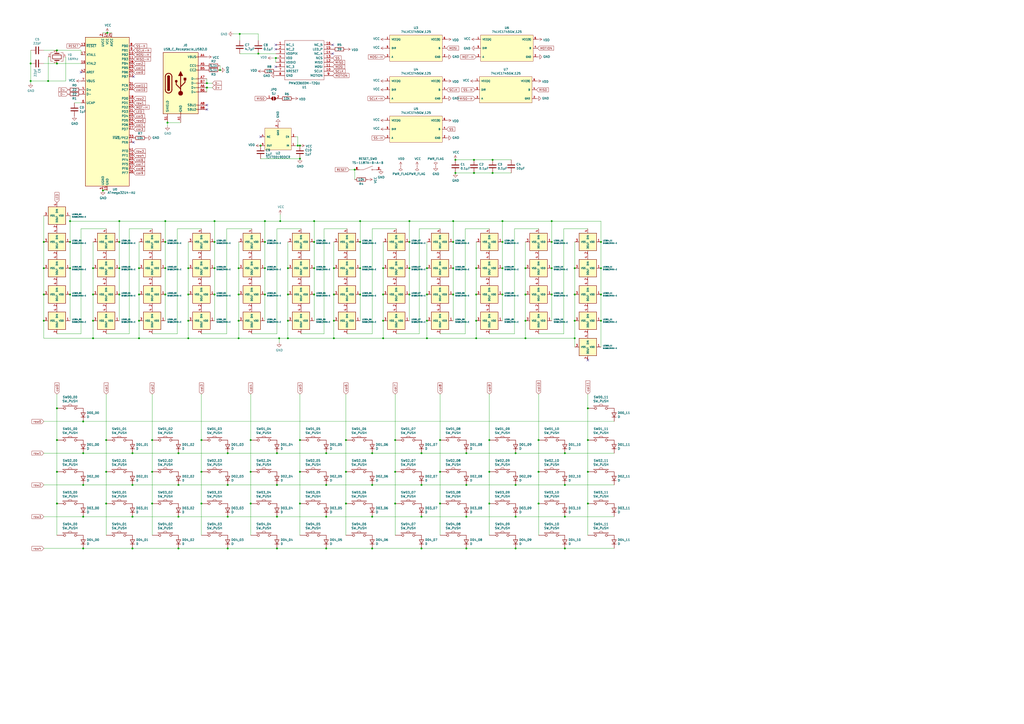
<source format=kicad_sch>
(kicad_sch (version 20211123) (generator eeschema)
  (paper "A2")
  (title_block (title "hogoromo") (date "2021-08-29") (rev "v1.0.0"))
  (junction (at 153.67 170.815))
  (junction (at 109.22 155.575))
  (junction (at 285.75 92.71))
  (junction (at 320.04 140.335))
  (junction (at 145.415 292.1))
  (junction (at 276.225 186.055))
  (junction (at 229.235 292.1))
  (junction (at 200.66 255.27))
  (junction (at 109.22 196.215))
  (junction (at 340.995 236.855))
  (junction (at 69.215 140.335))
  (junction (at 69.215 170.815))
  (junction (at 333.375 196.215))
  (junction (at 172.72 84.455))
  (junction (at 299.085 318.135))
  (junction (at 244.475 318.135))
  (junction (at 189.23 299.72))
  (junction (at 103.505 299.72))
  (junction (at 97.155 71.12))
  (junction (at 25.4 170.815))
  (junction (at 138.43 170.815))
  (junction (at 173.99 92.075))
  (junction (at 189.23 318.135))
  (junction (at 160.655 299.72))
  (junction (at 33.02 292.1))
  (junction (at 145.415 273.685))
  (junction (at 95.885 128.27))
  (junction (at 299.085 262.89))
  (junction (at 320.04 128.27))
  (junction (at 33.02 36.83))
  (junction (at 270.51 299.72))
  (junction (at 17.78 46.99))
  (junction (at 80.645 155.575))
  (junction (at 173.99 273.685))
  (junction (at 182.245 140.335))
  (junction (at 48.26 244.475))
  (junction (at 153.67 128.27))
  (junction (at 189.23 262.89))
  (junction (at 173.99 84.455))
  (junction (at 103.505 262.89))
  (junction (at 237.49 128.27))
  (junction (at 229.235 273.685))
  (junction (at 283.845 255.27))
  (junction (at 262.89 170.815))
  (junction (at 109.22 186.055))
  (junction (at 304.8 186.055))
  (junction (at 48.26 262.89))
  (junction (at 40.64 128.27))
  (junction (at 151.13 84.455))
  (junction (at 62.23 19.05))
  (junction (at 208.915 128.27))
  (junction (at 340.995 255.27))
  (junction (at 120.015 50.8))
  (junction (at 244.475 281.305))
  (junction (at 348.615 170.815))
  (junction (at 312.42 292.1))
  (junction (at 127.635 40.64))
  (junction (at 222.25 155.575))
  (junction (at 124.46 140.335))
  (junction (at 167.005 186.055))
  (junction (at 340.995 292.1))
  (junction (at 25.4 140.335))
  (junction (at 33.02 29.21))
  (junction (at 283.845 273.685))
  (junction (at 291.465 170.815))
  (junction (at 132.08 262.89))
  (junction (at 124.46 170.815))
  (junction (at 320.04 155.575))
  (junction (at 145.415 255.27))
  (junction (at 304.8 170.815))
  (junction (at 348.615 140.335))
  (junction (at 270.51 262.89))
  (junction (at 160.655 262.89))
  (junction (at 103.505 281.305))
  (junction (at 61.595 255.27))
  (junction (at 40.64 170.815))
  (junction (at 189.23 281.305))
  (junction (at 53.975 170.815))
  (junction (at 160.02 33.655))
  (junction (at 48.26 299.72))
  (junction (at 48.26 281.305))
  (junction (at 88.265 255.27))
  (junction (at 348.615 186.055))
  (junction (at 167.005 196.215))
  (junction (at 33.02 273.685))
  (junction (at 291.465 155.575))
  (junction (at 229.235 255.27))
  (junction (at 88.265 292.1))
  (junction (at 76.835 299.72))
  (junction (at 153.67 140.335))
  (junction (at 348.615 155.575))
  (junction (at 160.655 281.305))
  (junction (at 299.085 281.305))
  (junction (at 69.215 128.27))
  (junction (at 80.645 170.815))
  (junction (at 69.215 155.575))
  (junction (at 255.27 255.27))
  (junction (at 182.245 170.815))
  (junction (at 27.94 46.99))
  (junction (at 274.955 100.33))
  (junction (at 76.835 318.135))
  (junction (at 327.66 318.135))
  (junction (at 276.225 196.215))
  (junction (at 76.835 262.89))
  (junction (at 215.9 318.135))
  (junction (at 237.49 170.815))
  (junction (at 182.245 155.575))
  (junction (at 247.65 196.215))
  (junction (at 124.46 155.575))
  (junction (at 200.66 273.685))
  (junction (at 291.465 128.27))
  (junction (at 262.89 128.27))
  (junction (at 61.595 273.685))
  (junction (at 173.99 255.27))
  (junction (at 247.65 170.815))
  (junction (at 95.885 140.335))
  (junction (at 116.84 273.685))
  (junction (at 61.595 292.1))
  (junction (at 132.08 281.305))
  (junction (at 205.74 98.425))
  (junction (at 149.86 31.115))
  (junction (at 244.475 262.89))
  (junction (at 312.42 273.685))
  (junction (at 237.49 155.575))
  (junction (at 200.66 292.1))
  (junction (at 40.64 140.335))
  (junction (at 25.4 155.575))
  (junction (at 312.42 255.27))
  (junction (at 53.975 155.575))
  (junction (at 285.75 100.33))
  (junction (at 237.49 140.335))
  (junction (at 247.65 186.055))
  (junction (at 262.89 155.575))
  (junction (at 276.225 170.815))
  (junction (at 88.265 273.685))
  (junction (at 48.26 318.135))
  (junction (at 264.16 100.33))
  (junction (at 53.975 196.215))
  (junction (at 80.645 186.055))
  (junction (at 274.955 92.71))
  (junction (at 182.245 128.27))
  (junction (at 33.02 255.27))
  (junction (at 161.925 196.215))
  (junction (at 215.9 299.72))
  (junction (at 304.8 155.575))
  (junction (at 299.085 299.72))
  (junction (at 193.675 196.215))
  (junction (at 25.4 186.055))
  (junction (at 116.84 292.1))
  (junction (at 95.885 155.575))
  (junction (at 109.22 170.815))
  (junction (at 132.08 318.135))
  (junction (at 215.9 281.305))
  (junction (at 53.975 186.055))
  (junction (at 33.02 236.855))
  (junction (at 17.78 36.83))
  (junction (at 139.065 19.685))
  (junction (at 116.84 255.27))
  (junction (at 138.43 186.055))
  (junction (at 193.675 155.575))
  (junction (at 320.04 170.815))
  (junction (at 173.99 292.1))
  (junction (at 124.46 128.27))
  (junction (at 255.27 292.1))
  (junction (at 208.915 140.335))
  (junction (at 327.66 262.89))
  (junction (at 138.43 155.575))
  (junction (at 333.375 170.815))
  (junction (at 222.25 196.215))
  (junction (at 291.465 140.335))
  (junction (at 160.655 318.135))
  (junction (at 327.66 299.72))
  (junction (at 333.375 186.055))
  (junction (at 193.675 186.055))
  (junction (at 276.225 155.575))
  (junction (at 222.25 170.815))
  (junction (at 208.915 170.815))
  (junction (at 95.885 170.815))
  (junction (at 167.005 155.575))
  (junction (at 283.845 292.1))
  (junction (at 59.69 110.49))
  (junction (at 327.66 281.305))
  (junction (at 270.51 318.135))
  (junction (at 132.08 299.72))
  (junction (at 270.51 281.305))
  (junction (at 40.64 155.575))
  (junction (at 167.005 170.815))
  (junction (at 340.995 273.685))
  (junction (at 153.67 155.575))
  (junction (at 222.25 186.055))
  (junction (at 80.645 196.215))
  (junction (at 76.835 281.305))
  (junction (at 255.27 273.685))
  (junction (at 162.56 128.27))
  (junction (at 264.16 92.71))
  (junction (at 244.475 299.72))
  (junction (at 138.43 196.215))
  (junction (at 193.675 170.815))
  (junction (at 333.375 155.575))
  (junction (at 304.8 196.215))
  (junction (at 120.015 48.26))
  (junction (at 215.9 262.89))
  (junction (at 208.915 155.575))
  (junction (at 103.505 318.135))
  (junction (at 247.65 155.575))
  (junction (at 262.89 140.335))
  (no_connect (at 193.04 26.035))
  (no_connect (at 340.995 208.915))
  (no_connect (at 77.47 44.45))
  (no_connect (at 120.015 60.96))
  (no_connect (at 46.99 41.91))
  (no_connect (at 120.015 63.5))
  (no_connect (at 151.13 79.375))
  (no_connect (at 160.02 28.575))
  (no_connect (at 160.02 26.035))
  (no_connect (at 77.47 82.55))
  (no_connect (at 193.04 31.115))
  (no_connect (at 160.02 38.735))
  (wire (pts (xy 17.78 29.21) (xy 17.78 36.83)))
  (wire (pts (xy 215.9 318.135) (xy 244.475 318.135)))
  (wire (pts (xy 116.84 193.675) (xy 131.445 193.675)))
  (wire (pts (xy 135.255 19.685) (xy 139.065 19.685)))
  (wire (pts (xy 171.45 84.455) (xy 172.72 84.455)))
  (wire (pts (xy 269.875 193.675) (xy 269.875 132.715)))
  (wire (pts (xy 312.42 193.675) (xy 327.025 193.675)))
  (wire (pts (xy 145.415 228.6) (xy 145.415 255.27)))
  (wire (pts (xy 167.005 170.815) (xy 167.005 186.055)))
  (wire (pts (xy 88.265 193.675) (xy 102.87 193.675)))
  (wire (pts (xy 61.595 193.675) (xy 74.93 193.675)))
  (wire (pts (xy 285.75 92.71) (xy 274.955 92.71)))
  (wire (pts (xy 172.72 79.375) (xy 172.72 84.455)))
  (wire (pts (xy 244.475 281.305) (xy 215.9 281.305)))
  (wire (pts (xy 187.96 193.675) (xy 187.96 132.715)))
  (wire (pts (xy 61.595 228.6) (xy 61.595 255.27)))
  (wire (pts (xy 25.4 155.575) (xy 25.4 170.815)))
  (wire (pts (xy 160.02 33.655) (xy 158.115 33.655)))
  (wire (pts (xy 74.93 132.715) (xy 88.265 132.715)))
  (wire (pts (xy 80.645 196.215) (xy 53.975 196.215)))
  (wire (pts (xy 17.78 36.83) (xy 17.78 46.99)))
  (wire (pts (xy 333.375 170.815) (xy 333.375 186.055)))
  (wire (pts (xy 243.205 193.675) (xy 243.205 132.715)))
  (wire (pts (xy 201.295 193.675) (xy 215.9 193.675)))
  (wire (pts (xy 48.26 244.475) (xy 356.235 244.475)))
  (wire (pts (xy 160.655 299.72) (xy 189.23 299.72)))
  (wire (pts (xy 262.89 155.575) (xy 262.89 170.815)))
  (wire (pts (xy 40.64 140.335) (xy 40.64 128.27)))
  (wire (pts (xy 160.02 36.195) (xy 160.02 33.655)))
  (wire (pts (xy 247.65 155.575) (xy 247.65 170.815)))
  (wire (pts (xy 88.265 255.27) (xy 88.265 273.685)))
  (wire (pts (xy 173.99 228.6) (xy 173.99 255.27)))
  (wire (pts (xy 312.42 255.27) (xy 312.42 273.685)))
  (wire (pts (xy 283.845 228.6) (xy 283.845 255.27)))
  (wire (pts (xy 327.025 193.675) (xy 327.025 132.715)))
  (wire (pts (xy 132.08 318.135) (xy 160.655 318.135)))
  (wire (pts (xy 270.51 262.89) (xy 299.085 262.89)))
  (wire (pts (xy 173.99 292.1) (xy 173.99 310.515)))
  (wire (pts (xy 139.065 19.685) (xy 139.065 23.495)))
  (wire (pts (xy 312.42 228.6) (xy 312.42 255.27)))
  (wire (pts (xy 291.465 155.575) (xy 291.465 170.815)))
  (wire (pts (xy 40.64 155.575) (xy 40.64 170.815)))
  (wire (pts (xy 48.26 281.305) (xy 76.835 281.305)))
  (wire (pts (xy 27.94 33.02) (xy 27.94 46.99)))
  (wire (pts (xy 69.215 140.335) (xy 69.215 155.575)))
  (wire (pts (xy 327.025 132.715) (xy 340.995 132.715)))
  (wire (pts (xy 215.9 132.715) (xy 229.87 132.715)))
  (wire (pts (xy 327.66 281.305) (xy 299.085 281.305)))
  (wire (pts (xy 237.49 128.27) (xy 237.49 140.335)))
  (wire (pts (xy 33.02 292.1) (xy 33.02 310.515)))
  (wire (pts (xy 124.46 128.27) (xy 124.46 140.335)))
  (wire (pts (xy 222.25 170.815) (xy 222.25 186.055)))
  (wire (pts (xy 247.65 186.055) (xy 247.65 196.215)))
  (wire (pts (xy 244.475 262.89) (xy 270.51 262.89)))
  (wire (pts (xy 124.46 170.815) (xy 124.46 186.055)))
  (wire (pts (xy 174.625 193.675) (xy 187.96 193.675)))
  (wire (pts (xy 102.87 193.675) (xy 102.87 132.715)))
  (wire (pts (xy 270.51 299.72) (xy 299.085 299.72)))
  (wire (pts (xy 40.64 170.815) (xy 40.64 186.055)))
  (wire (pts (xy 76.835 318.135) (xy 103.505 318.135)))
  (wire (pts (xy 46.99 31.75) (xy 46.99 29.21)))
  (wire (pts (xy 124.46 128.27) (xy 95.885 128.27)))
  (wire (pts (xy 69.215 128.27) (xy 69.215 140.335)))
  (wire (pts (xy 40.64 128.27) (xy 69.215 128.27)))
  (wire (pts (xy 193.675 155.575) (xy 193.675 170.815)))
  (wire (pts (xy 160.655 262.89) (xy 189.23 262.89)))
  (wire (pts (xy 25.4 29.21) (xy 33.02 29.21)))
  (wire (pts (xy 262.89 128.27) (xy 262.89 140.335)))
  (wire (pts (xy 48.26 299.72) (xy 76.835 299.72)))
  (wire (pts (xy 48.26 318.135) (xy 76.835 318.135)))
  (wire (pts (xy 80.645 186.055) (xy 80.645 196.215)))
  (wire (pts (xy 132.08 299.72) (xy 160.655 299.72)))
  (wire (pts (xy 189.23 299.72) (xy 215.9 299.72)))
  (wire (pts (xy 17.78 46.99) (xy 17.78 48.26)))
  (wire (pts (xy 74.93 193.675) (xy 74.93 132.715)))
  (wire (pts (xy 149.86 23.495) (xy 149.86 19.685)))
  (wire (pts (xy 120.015 45.72) (xy 120.015 48.26)))
  (wire (pts (xy 33.02 193.675) (xy 46.99 193.675)))
  (wire (pts (xy 173.99 255.27) (xy 173.99 273.685)))
  (wire (pts (xy 276.225 196.215) (xy 247.65 196.215)))
  (wire (pts (xy 109.22 186.055) (xy 109.22 196.215)))
  (wire (pts (xy 167.005 186.055) (xy 167.005 196.215)))
  (wire (pts (xy 304.8 186.055) (xy 304.8 196.215)))
  (wire (pts (xy 103.505 262.89) (xy 132.08 262.89)))
  (wire (pts (xy 237.49 128.27) (xy 208.915 128.27)))
  (wire (pts (xy 102.87 132.715) (xy 116.84 132.715)))
  (wire (pts (xy 283.845 292.1) (xy 283.845 310.515)))
  (wire (pts (xy 25.4 244.475) (xy 48.26 244.475)))
  (wire (pts (xy 312.42 292.1) (xy 312.42 310.515)))
  (wire (pts (xy 229.235 228.6) (xy 229.235 255.27)))
  (wire (pts (xy 182.245 128.27) (xy 162.56 128.27)))
  (wire (pts (xy 153.67 155.575) (xy 153.67 170.815)))
  (wire (pts (xy 285.75 100.33) (xy 296.545 100.33)))
  (wire (pts (xy 116.84 273.685) (xy 116.84 292.1)))
  (wire (pts (xy 80.645 155.575) (xy 80.645 170.815)))
  (wire (pts (xy 61.595 273.685) (xy 61.595 292.1)))
  (wire (pts (xy 215.9 193.675) (xy 215.9 132.715)))
  (wire (pts (xy 46.99 132.715) (xy 61.595 132.715)))
  (wire (pts (xy 222.25 155.575) (xy 222.25 170.815)))
  (wire (pts (xy 255.27 255.27) (xy 255.27 273.685)))
  (wire (pts (xy 162.56 128.27) (xy 153.67 128.27)))
  (wire (pts (xy 25.4 170.815) (xy 25.4 186.055)))
  (wire (pts (xy 53.975 170.815) (xy 53.975 186.055)))
  (wire (pts (xy 138.43 140.335) (xy 138.43 155.575)))
  (wire (pts (xy 312.42 273.685) (xy 312.42 292.1)))
  (wire (pts (xy 262.89 170.815) (xy 262.89 186.055)))
  (wire (pts (xy 299.085 299.72) (xy 327.66 299.72)))
  (wire (pts (xy 320.04 128.27) (xy 320.04 140.335)))
  (wire (pts (xy 333.375 196.215) (xy 304.8 196.215)))
  (wire (pts (xy 59.69 19.05) (xy 62.23 19.05)))
  (wire (pts (xy 320.04 170.815) (xy 320.04 186.055)))
  (wire (pts (xy 33.02 236.855) (xy 33.02 255.27)))
  (wire (pts (xy 237.49 155.575) (xy 237.49 170.815)))
  (wire (pts (xy 304.8 140.335) (xy 304.8 155.575)))
  (wire (pts (xy 27.94 46.99) (xy 38.1 46.99)))
  (wire (pts (xy 109.22 170.815) (xy 109.22 186.055)))
  (wire (pts (xy 244.475 318.135) (xy 270.51 318.135)))
  (wire (pts (xy 153.67 128.27) (xy 124.46 128.27)))
  (wire (pts (xy 276.225 140.335) (xy 276.225 155.575)))
  (wire (pts (xy 69.215 155.575) (xy 69.215 170.815)))
  (wire (pts (xy 202.565 98.425) (xy 205.74 98.425)))
  (wire (pts (xy 193.675 140.335) (xy 193.675 155.575)))
  (wire (pts (xy 160.655 193.675) (xy 160.655 132.715)))
  (wire (pts (xy 291.465 170.815) (xy 291.465 186.055)))
  (wire (pts (xy 182.245 128.27) (xy 182.245 140.335)))
  (wire (pts (xy 320.04 140.335) (xy 320.04 155.575)))
  (wire (pts (xy 120.015 48.26) (xy 123.19 48.26)))
  (wire (pts (xy 320.04 128.27) (xy 291.465 128.27)))
  (wire (pts (xy 262.89 128.27) (xy 237.49 128.27)))
  (wire (pts (xy 124.46 155.575) (xy 124.46 170.815)))
  (wire (pts (xy 276.225 186.055) (xy 276.225 196.215)))
  (wire (pts (xy 304.8 170.815) (xy 304.8 186.055)))
  (wire (pts (xy 189.23 318.135) (xy 215.9 318.135)))
  (wire (pts (xy 59.69 110.49) (xy 62.23 110.49)))
  (wire (pts (xy 208.915 128.27) (xy 182.245 128.27)))
  (wire (pts (xy 193.675 170.815) (xy 193.675 186.055)))
  (wire (pts (xy 103.505 299.72) (xy 132.08 299.72)))
  (wire (pts (xy 151.13 92.075) (xy 173.99 92.075)))
  (wire (pts (xy 244.475 299.72) (xy 270.51 299.72)))
  (wire (pts (xy 120.015 50.8) (xy 123.19 50.8)))
  (wire (pts (xy 247.65 170.815) (xy 247.65 186.055)))
  (wire (pts (xy 356.235 281.305) (xy 327.66 281.305)))
  (wire (pts (xy 116.84 292.1) (xy 116.84 310.515)))
  (wire (pts (xy 153.67 170.815) (xy 153.67 186.055)))
  (wire (pts (xy 40.64 125.095) (xy 40.64 128.27)))
  (wire (pts (xy 33.02 273.685) (xy 33.02 292.1)))
  (wire (pts (xy 285.75 100.33) (xy 274.955 100.33)))
  (wire (pts (xy 80.645 170.815) (xy 80.645 186.055)))
  (wire (pts (xy 200.66 228.6) (xy 200.66 255.27)))
  (wire (pts (xy 276.225 155.575) (xy 276.225 170.815)))
  (wire (pts (xy 205.74 98.425) (xy 205.74 104.14)))
  (wire (pts (xy 208.915 155.575) (xy 208.915 170.815)))
  (wire (pts (xy 298.45 193.675) (xy 298.45 132.715)))
  (wire (pts (xy 167.005 155.575) (xy 167.005 170.815)))
  (wire (pts (xy 153.67 140.335) (xy 153.67 155.575)))
  (wire (pts (xy 127.635 38.1) (xy 127.635 40.64)))
  (wire (pts (xy 208.915 140.335) (xy 208.915 155.575)))
  (wire (pts (xy 88.265 273.685) (xy 88.265 292.1)))
  (wire (pts (xy 80.645 140.335) (xy 80.645 155.575)))
  (wire (pts (xy 283.845 273.685) (xy 283.845 292.1)))
  (wire (pts (xy 149.86 31.115) (xy 160.02 31.115)))
  (wire (pts (xy 138.43 155.575) (xy 138.43 170.815)))
  (wire (pts (xy 291.465 128.27) (xy 262.89 128.27)))
  (wire (pts (xy 61.595 255.27) (xy 61.595 273.685)))
  (wire (pts (xy 103.505 281.305) (xy 76.835 281.305)))
  (wire (pts (xy 193.675 186.055) (xy 193.675 196.215)))
  (wire (pts (xy 187.96 132.715) (xy 201.295 132.715)))
  (wire (pts (xy 274.955 100.33) (xy 264.16 100.33)))
  (wire (pts (xy 299.085 262.89) (xy 327.66 262.89)))
  (wire (pts (xy 53.975 196.215) (xy 25.4 196.215)))
  (wire (pts (xy 193.675 196.215) (xy 167.005 196.215)))
  (wire (pts (xy 139.065 31.115) (xy 149.86 31.115)))
  (wire (pts (xy 222.25 140.335) (xy 222.25 155.575)))
  (wire (pts (xy 208.915 128.27) (xy 208.915 140.335)))
  (wire (pts (xy 255.27 292.1) (xy 255.27 310.515)))
  (wire (pts (xy 153.67 128.27) (xy 153.67 140.335)))
  (wire (pts (xy 333.375 140.335) (xy 333.375 155.575)))
  (wire (pts (xy 348.615 170.815) (xy 348.615 186.055)))
  (wire (pts (xy 274.955 92.71) (xy 264.16 92.71)))
  (wire (pts (xy 76.835 262.89) (xy 48.26 262.89)))
  (wire (pts (xy 182.245 170.815) (xy 182.245 186.055)))
  (wire (pts (xy 160.655 318.135) (xy 189.23 318.135)))
  (wire (pts (xy 95.885 128.27) (xy 95.885 140.335)))
  (wire (pts (xy 270.51 281.305) (xy 244.475 281.305)))
  (wire (pts (xy 237.49 140.335) (xy 237.49 155.575)))
  (wire (pts (xy 61.595 292.1) (xy 61.595 310.515)))
  (wire (pts (xy 25.4 196.215) (xy 25.4 186.055)))
  (wire (pts (xy 33.02 228.6) (xy 33.02 236.855)))
  (wire (pts (xy 131.445 132.715) (xy 146.05 132.715)))
  (wire (pts (xy 333.375 186.055) (xy 333.375 196.215)))
  (wire (pts (xy 269.875 132.715) (xy 283.845 132.715)))
  (wire (pts (xy 255.27 273.685) (xy 255.27 292.1)))
  (wire (pts (xy 120.015 50.8) (xy 120.015 53.34)))
  (wire (pts (xy 291.465 128.27) (xy 291.465 140.335)))
  (wire (pts (xy 243.205 132.715) (xy 255.27 132.715)))
  (wire (pts (xy 161.925 196.215) (xy 138.43 196.215)))
  (wire (pts (xy 17.78 46.99) (xy 27.94 46.99)))
  (wire (pts (xy 53.975 140.335) (xy 53.975 155.575)))
  (wire (pts (xy 103.505 318.135) (xy 132.08 318.135)))
  (wire (pts (xy 200.66 255.27) (xy 200.66 273.685)))
  (wire (pts (xy 182.245 140.335) (xy 182.245 155.575)))
  (wire (pts (xy 173.99 273.685) (xy 173.99 292.1)))
  (wire (pts (xy 229.87 193.675) (xy 243.205 193.675)))
  (wire (pts (xy 340.995 273.685) (xy 340.995 292.1)))
  (wire (pts (xy 229.235 255.27) (xy 229.235 273.685)))
  (wire (pts (xy 229.235 292.1) (xy 229.235 310.515)))
  (wire (pts (xy 25.4 36.83) (xy 33.02 36.83)))
  (wire (pts (xy 208.915 186.055) (xy 208.915 170.815)))
  (wire (pts (xy 283.845 193.675) (xy 298.45 193.675)))
  (wire (pts (xy 40.64 140.335) (xy 40.64 155.575)))
  (wire (pts (xy 25.4 318.135) (xy 48.26 318.135)))
  (wire (pts (xy 298.45 132.715) (xy 312.42 132.715)))
  (wire (pts (xy 304.8 155.575) (xy 304.8 170.815)))
  (wire (pts (xy 160.655 281.305) (xy 132.08 281.305)))
  (wire (pts (xy 167.005 196.215) (xy 161.925 196.215)))
  (wire (pts (xy 33.02 36.83) (xy 46.99 36.83)))
  (wire (pts (xy 291.465 140.335) (xy 291.465 155.575)))
  (wire (pts (xy 182.245 155.575) (xy 182.245 170.815)))
  (wire (pts (xy 340.995 292.1) (xy 340.995 310.515)))
  (wire (pts (xy 276.225 170.815) (xy 276.225 186.055)))
  (wire (pts (xy 222.25 186.055) (xy 222.25 196.215)))
  (wire (pts (xy 95.885 140.335) (xy 95.885 155.575)))
  (wire (pts (xy 109.22 140.335) (xy 109.22 155.575)))
  (wire (pts (xy 33.02 255.27) (xy 33.02 273.685)))
  (wire (pts (xy 167.005 140.335) (xy 167.005 155.575)))
  (wire (pts (xy 145.415 292.1) (xy 145.415 310.515)))
  (wire (pts (xy 304.8 196.215) (xy 276.225 196.215)))
  (wire (pts (xy 327.66 262.89) (xy 356.235 262.89)))
  (wire (pts (xy 109.22 155.575) (xy 109.22 170.815)))
  (wire (pts (xy 222.25 196.215) (xy 193.675 196.215)))
  (wire (pts (xy 146.05 193.675) (xy 160.655 193.675)))
  (wire (pts (xy 76.835 299.72) (xy 103.505 299.72)))
  (wire (pts (xy 97.155 71.12) (xy 104.775 71.12)))
  (wire (pts (xy 132.08 262.89) (xy 160.655 262.89)))
  (wire (pts (xy 53.975 155.575) (xy 53.975 170.815)))
  (wire (pts (xy 255.27 228.6) (xy 255.27 255.27)))
  (wire (pts (xy 76.835 262.89) (xy 103.505 262.89)))
  (wire (pts (xy 53.975 186.055) (xy 53.975 196.215)))
  (wire (pts (xy 46.99 193.675) (xy 46.99 132.715)))
  (wire (pts (xy 38.1 33.02) (xy 38.1 46.99)))
  (wire (pts (xy 262.89 140.335) (xy 262.89 155.575)))
  (wire (pts (xy 138.43 186.055) (xy 138.43 196.215)))
  (wire (pts (xy 340.995 255.27) (xy 340.995 273.685)))
  (wire (pts (xy 116.84 255.27) (xy 116.84 273.685)))
  (wire (pts (xy 348.615 155.575) (xy 348.615 170.815)))
  (wire (pts (xy 172.72 84.455) (xy 173.99 84.455)))
  (wire (pts (xy 285.75 92.71) (xy 296.545 92.71)))
  (wire (pts (xy 348.615 128.27) (xy 320.04 128.27)))
  (wire (pts (xy 270.51 318.135) (xy 299.085 318.135)))
  (wire (pts (xy 25.4 125.095) (xy 25.4 140.335)))
  (wire (pts (xy 327.66 299.72) (xy 356.235 299.72)))
  (wire (pts (xy 200.66 292.1) (xy 200.66 310.515)))
  (wire (pts (xy 255.27 193.675) (xy 269.875 193.675)))
  (wire (pts (xy 299.085 318.135) (xy 327.66 318.135)))
  (wire (pts (xy 215.9 281.305) (xy 189.23 281.305)))
  (wire (pts (xy 116.84 228.6) (xy 116.84 255.27)))
  (wire (pts (xy 215.9 262.89) (xy 244.475 262.89)))
  (wire (pts (xy 162.56 128.27) (xy 162.56 124.46)))
  (wire (pts (xy 237.49 170.815) (xy 237.49 186.055)))
  (wire (pts (xy 131.445 193.675) (xy 131.445 132.715)))
  (wire (pts (xy 283.845 255.27) (xy 283.845 273.685)))
  (wire (pts (xy 132.08 281.305) (xy 103.505 281.305)))
  (wire (pts (xy 327.66 318.135) (xy 356.235 318.135)))
  (wire (pts (xy 320.04 155.575) (xy 320.04 170.815)))
  (wire (pts (xy 189.23 262.89) (xy 215.9 262.89)))
  (wire (pts (xy 97.155 71.12) (xy 97.155 73.025)))
  (wire (pts (xy 33.02 29.21) (xy 46.99 29.21)))
  (wire (pts (xy 189.23 281.305) (xy 160.655 281.305)))
  (wire (pts (xy 247.65 196.215) (xy 222.25 196.215)))
  (wire (pts (xy 348.615 201.295) (xy 348.615 186.055)))
  (wire (pts (xy 340.995 236.855) (xy 340.995 255.27)))
  (wire (pts (xy 299.085 281.305) (xy 270.51 281.305)))
  (wire (pts (xy 333.375 201.295) (xy 333.375 196.215)))
  (wire (pts (xy 145.415 255.27) (xy 145.415 273.685)))
  (wire (pts (xy 138.43 170.815) (xy 138.43 186.055)))
  (wire (pts (xy 88.265 228.6) (xy 88.265 255.27)))
  (wire (pts (xy 333.375 155.575) (xy 333.375 170.815)))
  (wire (pts (xy 139.065 19.685) (xy 149.86 19.685)))
  (wire (pts (xy 25.4 140.335) (xy 25.4 155.575)))
  (wire (pts (xy 43.18 59.69) (xy 46.99 59.69)))
  (wire (pts (xy 348.615 128.27) (xy 348.615 140.335)))
  (wire (pts (xy 124.46 140.335) (xy 124.46 155.575)))
  (wire (pts (xy 200.66 273.685) (xy 200.66 292.1)))
  (wire (pts (xy 340.995 228.6) (xy 340.995 236.855)))
  (wire (pts (xy 229.235 273.685) (xy 229.235 292.1)))
  (wire (pts (xy 348.615 140.335) (xy 348.615 155.575)))
  (wire (pts (xy 25.4 299.72) (xy 48.26 299.72)))
  (wire (pts (xy 138.43 196.215) (xy 109.22 196.215)))
  (wire (pts (xy 95.885 128.27) (xy 69.215 128.27)))
  (wire (pts (xy 215.9 299.72) (xy 244.475 299.72)))
  (wire (pts (xy 95.885 170.815) (xy 95.885 186.055)))
  (wire (pts (xy 62.23 19.05) (xy 64.77 19.05)))
  (wire (pts (xy 171.45 79.375) (xy 172.72 79.375)))
  (wire (pts (xy 145.415 273.685) (xy 145.415 292.1)))
  (wire (pts (xy 161.925 196.215) (xy 161.925 198.755)))
  (wire (pts (xy 160.655 132.715) (xy 174.625 132.715)))
  (wire (pts (xy 69.215 170.815) (xy 69.215 186.055)))
  (wire (pts (xy 25.4 281.305) (xy 48.26 281.305)))
  (wire (pts (xy 247.65 140.335) (xy 247.65 155.575)))
  (wire (pts (xy 48.26 262.89) (xy 25.4 262.89)))
  (wire (pts (xy 88.265 292.1) (xy 88.265 310.515)))
  (wire (pts (xy 95.885 155.575) (xy 95.885 170.815)))
  (wire (pts (xy 109.22 196.215) (xy 80.645 196.215)))
  (global_label "col8" (shape input) (at 255.27 228.6 90) (property "Intersheet References" "${INTERSHEET_REFS}" (effects hide)))
  (global_label "col3" (shape input) (at 116.84 228.6 90) (property "Intersheet References" "${INTERSHEET_REFS}" (effects hide)))
  (global_label "SCLK" (shape input) (at 193.04 41.275 0) (property "Intersheet References" "${INTERSHEET_REFS}" (effects hide)))
  (global_label "MISO" (shape input) (at 193.04 36.195 0) (property "Intersheet References" "${INTERSHEET_REFS}" (effects hide)))
  (global_label "col6" (shape input) (at 200.66 228.6 90) (property "Intersheet References" "${INTERSHEET_REFS}" (effects hide)))
  (global_label "SS-H" (shape input) (at 77.47 26.67 0) (property "Intersheet References" "${INTERSHEET_REFS}" (effects hide)))
  (global_label "SCLK-H" (shape input) (at 223.52 57.15 180) (property "Intersheet References" "${INTERSHEET_REFS}" (effects hide)))
  (global_label "col2" (shape input) (at 77.47 36.83 0) (property "Intersheet References" "${INTERSHEET_REFS}" (effects hide)))
  (global_label "col2" (shape input) (at 88.265 228.6 90) (property "Intersheet References" "${INTERSHEET_REFS}" (effects hide)))
  (global_label "RESET" (shape input) (at 202.565 98.425 180) (property "Intersheet References" "${INTERSHEET_REFS}" (effects hide)))
  (global_label "D-" (shape input) (at 123.19 48.26 0) (property "Intersheet References" "${INTERSHEET_REFS}" (effects hide)))
  (global_label "col1" (shape input) (at 77.47 39.37 0) (property "Intersheet References" "${INTERSHEET_REFS}" (effects hide)))
  (global_label "SS" (shape input) (at 193.04 33.655 0) (property "Intersheet References" "${INTERSHEET_REFS}" (effects hide)))
  (global_label "MOTION" (shape input) (at 311.785 27.94 0) (property "Intersheet References" "${INTERSHEET_REFS}" (effects hide)))
  (global_label "row3" (shape input) (at 77.47 87.63 0) (property "Intersheet References" "${INTERSHEET_REFS}" (effects hide)))
  (global_label "col10" (shape input) (at 77.47 52.07 0) (property "Intersheet References" "${INTERSHEET_REFS}" (effects hide)))
  (global_label "col4" (shape input) (at 145.415 228.6 90) (property "Intersheet References" "${INTERSHEET_REFS}" (effects hide)))
  (global_label "MOSI" (shape input) (at 259.08 27.94 0) (property "Intersheet References" "${INTERSHEET_REFS}" (effects hide)))
  (global_label "SS-H" (shape input) (at 275.59 52.07 180) (property "Intersheet References" "${INTERSHEET_REFS}" (effects hide)))
  (global_label "col9" (shape input) (at 283.845 228.6 90) (property "Intersheet References" "${INTERSHEET_REFS}" (effects hide)))
  (global_label "col7" (shape input) (at 229.235 228.6 90) (property "Intersheet References" "${INTERSHEET_REFS}" (effects hide)))
  (global_label "col0" (shape input) (at 77.47 41.91 0) (property "Intersheet References" "${INTERSHEET_REFS}" (effects hide)))
  (global_label "col5" (shape input) (at 173.99 228.6 90) (property "Intersheet References" "${INTERSHEET_REFS}" (effects hide)))
  (global_label "col6" (shape input) (at 77.47 92.71 0) (property "Intersheet References" "${INTERSHEET_REFS}" (effects hide)))
  (global_label "col7" (shape input) (at 77.47 95.25 0) (property "Intersheet References" "${INTERSHEET_REFS}" (effects hide)))
  (global_label "row4" (shape input) (at 77.47 90.17 0) (property "Intersheet References" "${INTERSHEET_REFS}" (effects hide)))
  (global_label "col8" (shape input) (at 77.47 97.79 0) (property "Intersheet References" "${INTERSHEET_REFS}" (effects hide)))
  (global_label "row2" (shape input) (at 25.4 281.305 180) (property "Intersheet References" "${INTERSHEET_REFS}" (effects hide)))
  (global_label "row3" (shape input) (at 25.4 299.72 180) (property "Intersheet References" "${INTERSHEET_REFS}" (effects hide)))
  (global_label "col0" (shape input) (at 33.02 228.6 90) (property "Intersheet References" "${INTERSHEET_REFS}" (effects hide)))
  (global_label "MISO-H" (shape input) (at 77.47 34.29 0) (property "Intersheet References" "${INTERSHEET_REFS}" (effects hide)))
  (global_label "SCLK" (shape input) (at 259.08 52.07 0) (property "Intersheet References" "${INTERSHEET_REFS}" (effects hide)))
  (global_label "col11" (shape input) (at 77.47 49.53 0) (property "Intersheet References" "${INTERSHEET_REFS}" (effects hide)))
  (global_label "col9" (shape input) (at 77.47 100.33 0) (property "Intersheet References" "${INTERSHEET_REFS}" (effects hide)))
  (global_label "col3" (shape input) (at 77.47 74.93 0) (property "Intersheet References" "${INTERSHEET_REFS}" (effects hide)))
  (global_label "col5" (shape input) (at 77.47 67.31 0) (property "Intersheet References" "${INTERSHEET_REFS}" (effects hide)))
  (global_label "D-" (shape input) (at 39.37 54.61 180) (property "Intersheet References" "${INTERSHEET_REFS}" (effects hide)))
  (global_label "col1" (shape input) (at 61.595 228.6 90) (property "Intersheet References" "${INTERSHEET_REFS}" (effects hide)))
  (global_label "MOT-H" (shape input) (at 77.47 62.23 0) (property "Intersheet References" "${INTERSHEET_REFS}" (effects hide)))
  (global_label "MISO" (shape input) (at 154.94 57.15 180) (property "Intersheet References" "${INTERSHEET_REFS}" (effects hide)))
  (global_label "LED" (shape input) (at 33.02 117.475 90) (property "Intersheet References" "${INTERSHEET_REFS}" (effects hide)))
  (global_label "row4" (shape input) (at 25.4 318.135 180) (property "Intersheet References" "${INTERSHEET_REFS}" (effects hide)))
  (global_label "MOT-H" (shape input) (at 276.225 33.02 180) (property "Intersheet References" "${INTERSHEET_REFS}" (effects hide)))
  (global_label "row0" (shape input) (at 77.47 69.85 0) (property "Intersheet References" "${INTERSHEET_REFS}" (effects hide)))
  (global_label "LED" (shape input) (at 77.47 64.77 0) (property "Intersheet References" "${INTERSHEET_REFS}" (effects hide)))
  (global_label "col10" (shape input) (at 312.42 228.6 90) (property "Intersheet References" "${INTERSHEET_REFS}" (effects hide)))
  (global_label "MOTION" (shape input) (at 193.04 43.815 0) (property "Intersheet References" "${INTERSHEET_REFS}" (effects hide)))
  (global_label "SCLK-H" (shape input) (at 77.47 29.21 0) (property "Intersheet References" "${INTERSHEET_REFS}" (effects hide)))
  (global_label "D+" (shape input) (at 123.19 50.8 0) (property "Intersheet References" "${INTERSHEET_REFS}" (effects hide)))
  (global_label "RESET" (shape input) (at 46.99 26.67 180) (property "Intersheet References" "${INTERSHEET_REFS}" (effects hide)))
  (global_label "MISO" (shape input) (at 311.15 52.07 0) (property "Intersheet References" "${INTERSHEET_REFS}" (effects hide)))
  (global_label "MOSI-H" (shape input) (at 223.52 33.02 180) (property "Intersheet References" "${INTERSHEET_REFS}" (effects hide)))
  (global_label "col11" (shape input) (at 340.995 228.6 90) (property "Intersheet References" "${INTERSHEET_REFS}" (effects hide)))
  (global_label "row0" (shape input) (at 25.4 244.475 180) (property "Intersheet References" "${INTERSHEET_REFS}" (effects hide)))
  (global_label "row1" (shape input) (at 25.4 262.89 180) (property "Intersheet References" "${INTERSHEET_REFS}" (effects hide)))
  (global_label "SS-H" (shape input) (at 223.52 80.01 180) (property "Intersheet References" "${INTERSHEET_REFS}" (effects hide)))
  (global_label "MOSI" (shape input) (at 193.04 38.735 0) (property "Intersheet References" "${INTERSHEET_REFS}" (effects hide)))
  (global_label "MOSI-H" (shape input) (at 77.47 31.75 0) (property "Intersheet References" "${INTERSHEET_REFS}" (effects hide)))
  (global_label "row2" (shape input) (at 77.47 57.15 0) (property "Intersheet References" "${INTERSHEET_REFS}" (effects hide)))
  (global_label "col4" (shape input) (at 77.47 72.39 0) (property "Intersheet References" "${INTERSHEET_REFS}" (effects hide)))
  (global_label "D+" (shape input) (at 39.37 52.07 180) (property "Intersheet References" "${INTERSHEET_REFS}" (effects hide)))
  (global_label "row1" (shape input) (at 77.47 59.69 0) (property "Intersheet References" "${INTERSHEET_REFS}" (effects hide)))
  (global_label "MISO-H" (shape input) (at 275.59 57.15 180) (property "Intersheet References" "${INTERSHEET_REFS}" (effects hide)))
  (global_label "SS" (shape input) (at 259.08 74.93 0) (property "Intersheet References" "${INTERSHEET_REFS}" (effects hide)))
  (symbol (lib_id "74LVC1T45GW:74LVC1T45GW,125") (at 220.98 22.86 0) (unit 1)
    (property "Reference" "U3" (at 241.3 16.129 0))
    (property "Value" "74LVC1T45GW,125" (at 241.3 18.4404 0))
    (property "Footprint" "74LVC1T45GW:Nexperia-SOT363-11_2018-0-IPC_A" (effects hide))
    (property "Datasheet" "https://assets.nexperia.com/documents/data-sheet/74LVC_LVCH1T45.pdf" (effects hide))
    (property "ambient temperature range high" "+125°C" (effects hide))
    (property "ambient temperature range low" "-40°C" (effects hide))
    (property "automotive" "No" (effects hide))
    (property "category" "IC" (effects hide))
    (property "device class L1" "Integrated Circuits (ICs)" (effects hide))
    (property "device class L2" "Logic ICs" (effects hide))
    (property "device class L3" "Drivers and Transceivers" (effects hide))
    (property "digikey description" "IC TRNSLTR BIDIRECTIONAL 6TSSOP" (effects hide))
    (property "digikey part number" "1727-4560-1-ND" (effects hide))
    (property "footprint url" "https://assets.nexperia.com/documents/outline-drawing/SOT363.pdf" (effects hide))
    (property "height" "1.1mm" (effects hide))
    (property "lead free" "Yes" (effects hide))
    (property "library id" "2d660f43f9fba5f8" (effects hide))
    (property "logic function" "Non-Inverting" (effects hide))
    (property "logic function desc" "Non-Inverting" (effects hide))
    (property "manufacturer" "Nexperia" (effects hide))
    (property "max supply voltage" "5.5V" (effects hide))
    (property "min supply voltage" "1.2V" (effects hide))
    (property "mouser part number" "771-74LVC1T45GW125" (effects hide))
    (property "nominal supply current" "2-75uA" (effects hide))
    (property "number of circuits" "1" (effects hide))
    (property "number of inputs" "1" (effects hide))
    (property "number of outputs" "1" (effects hide))
    (property "package" "SOT363" (effects hide))
    (property "propagation delay" "2.5ns" (effects hide))
    (property "rohs" "Yes" (effects hide))
    (property "temperature range high" "+125°C" (effects hide))
    (property "temperature range low" "-40°C" (effects hide))
  )
  (symbol (lib_id "kbd:SW_PUSH") (at 40.64 236.855 0) (unit 1)
    (property "Reference" "SW00_00" (at 40.64 230.378 0))
    (property "Value" "SW_PUSH" (at 40.64 232.6894 0))
    (property "Footprint" "Switch_Keyboard_Kailh:SW_Hotswap_Kailh_1.00u" (effects hide))
  )
  (symbol (lib_id "Device:D") (at 48.26 240.665 90) (unit 1)
    (property "Reference" "D00_00" (at 50.292 239.4966 90) (effects (justify right)))
    (property "Value" "D" (at 50.292 241.808 90) (effects (justify right)))
    (property "Footprint" "Diode_SMD:D_SOD-123" (effects hide))
  )
  (symbol (lib_id "MCU_Microchip_ATmega:ATmega32U4-AU") (at 62.23 64.77 0) (unit 1)
    (property "Reference" "U0" (at 66.675 109.855 0))
    (property "Value" "ATmega32U4-AU" (at 70.485 111.76 0))
    (property "Footprint" "Package_QFP:TQFP-44_10x10mm_P0.8mm" (effects hide))
    (property "Datasheet" "http://ww1.microchip.com/downloads/en/DeviceDoc/Atmel-7766-8-bit-AVR-ATmega16U4-32U4_Datasheet.pdf" (effects hide))
  )
  (symbol (lib_id "74LVC1T45GW:74LVC1T45GW,125") (at 220.98 46.99 0) (unit 1)
    (property "Reference" "U4" (at 241.3 40.259 0))
    (property "Value" "74LVC1T45GW,125" (at 241.3 42.5704 0))
    (property "Footprint" "74LVC1T45GW:Nexperia-SOT363-11_2018-0-IPC_A" (effects hide))
    (property "Datasheet" "https://assets.nexperia.com/documents/data-sheet/74LVC_LVCH1T45.pdf" (effects hide))
    (property "ambient temperature range high" "+125°C" (effects hide))
    (property "ambient temperature range low" "-40°C" (effects hide))
    (property "automotive" "No" (effects hide))
    (property "category" "IC" (effects hide))
    (property "device class L1" "Integrated Circuits (ICs)" (effects hide))
    (property "device class L2" "Logic ICs" (effects hide))
    (property "device class L3" "Drivers and Transceivers" (effects hide))
    (property "digikey description" "IC TRNSLTR BIDIRECTIONAL 6TSSOP" (effects hide))
    (property "digikey part number" "1727-4560-1-ND" (effects hide))
    (property "footprint url" "https://assets.nexperia.com/documents/outline-drawing/SOT363.pdf" (effects hide))
    (property "height" "1.1mm" (effects hide))
    (property "lead free" "Yes" (effects hide))
    (property "library id" "2d660f43f9fba5f8" (effects hide))
    (property "logic function" "Non-Inverting" (effects hide))
    (property "logic function desc" "Non-Inverting" (effects hide))
    (property "manufacturer" "Nexperia" (effects hide))
    (property "max supply voltage" "5.5V" (effects hide))
    (property "min supply voltage" "1.2V" (effects hide))
    (property "mouser part number" "771-74LVC1T45GW125" (effects hide))
    (property "nominal supply current" "2-75uA" (effects hide))
    (property "number of circuits" "1" (effects hide))
    (property "number of inputs" "1" (effects hide))
    (property "number of outputs" "1" (effects hide))
    (property "package" "SOT363" (effects hide))
    (property "propagation delay" "2.5ns" (effects hide))
    (property "rohs" "Yes" (effects hide))
    (property "temperature range high" "+125°C" (effects hide))
    (property "temperature range low" "-40°C" (effects hide))
  )
  (symbol (lib_id "Device:R") (at 43.18 52.07 270) (unit 1)
    (property "Reference" "R0" (at 43.18 49.53 90))
    (property "Value" "22" (at 43.18 52.07 90))
    (property "Footprint" "Resistor_SMD:R_1206_3216Metric" (effects hide))
  )
  (symbol (lib_id "74LVC1T45GW:74LVC1T45GW,125") (at 220.98 69.85 0) (unit 1)
    (property "Reference" "U5" (at 241.3 63.119 0))
    (property "Value" "74LVC1T45GW,125" (at 241.3 65.4304 0))
    (property "Footprint" "74LVC1T45GW:Nexperia-SOT363-11_2018-0-IPC_A" (effects hide))
    (property "Datasheet" "https://assets.nexperia.com/documents/data-sheet/74LVC_LVCH1T45.pdf" (effects hide))
    (property "ambient temperature range high" "+125°C" (effects hide))
    (property "ambient temperature range low" "-40°C" (effects hide))
    (property "automotive" "No" (effects hide))
    (property "category" "IC" (effects hide))
    (property "device class L1" "Integrated Circuits (ICs)" (effects hide))
    (property "device class L2" "Logic ICs" (effects hide))
    (property "device class L3" "Drivers and Transceivers" (effects hide))
    (property "digikey description" "IC TRNSLTR BIDIRECTIONAL 6TSSOP" (effects hide))
    (property "digikey part number" "1727-4560-1-ND" (effects hide))
    (property "footprint url" "https://assets.nexperia.com/documents/outline-drawing/SOT363.pdf" (effects hide))
    (property "height" "1.1mm" (effects hide))
    (property "lead free" "Yes" (effects hide))
    (property "library id" "2d660f43f9fba5f8" (effects hide))
    (property "logic function" "Non-Inverting" (effects hide))
    (property "logic function desc" "Non-Inverting" (effects hide))
    (property "manufacturer" "Nexperia" (effects hide))
    (property "max supply voltage" "5.5V" (effects hide))
    (property "min supply voltage" "1.2V" (effects hide))
    (property "mouser part number" "771-74LVC1T45GW125" (effects hide))
    (property "nominal supply current" "2-75uA" (effects hide))
    (property "number of circuits" "1" (effects hide))
    (property "number of inputs" "1" (effects hide))
    (property "number of outputs" "1" (effects hide))
    (property "package" "SOT363" (effects hide))
    (property "propagation delay" "2.5ns" (effects hide))
    (property "rohs" "Yes" (effects hide))
    (property "temperature range high" "+125°C" (effects hide))
    (property "temperature range low" "-40°C" (effects hide))
  )
  (symbol (lib_id "74LVC1T45GW:74LVC1T45GW,125") (at 273.685 22.86 0) (unit 1)
    (property "Reference" "U6" (at 294.005 16.129 0))
    (property "Value" "74LVC1T45GW,125" (at 294.005 18.4404 0))
    (property "Footprint" "74LVC1T45GW:Nexperia-SOT363-11_2018-0-IPC_A" (effects hide))
    (property "Datasheet" "https://assets.nexperia.com/documents/data-sheet/74LVC_LVCH1T45.pdf" (effects hide))
    (property "ambient temperature range high" "+125°C" (effects hide))
    (property "ambient temperature range low" "-40°C" (effects hide))
    (property "automotive" "No" (effects hide))
    (property "category" "IC" (effects hide))
    (property "device class L1" "Integrated Circuits (ICs)" (effects hide))
    (property "device class L2" "Logic ICs" (effects hide))
    (property "device class L3" "Drivers and Transceivers" (effects hide))
    (property "digikey description" "IC TRNSLTR BIDIRECTIONAL 6TSSOP" (effects hide))
    (property "digikey part number" "1727-4560-1-ND" (effects hide))
    (property "footprint url" "https://assets.nexperia.com/documents/outline-drawing/SOT363.pdf" (effects hide))
    (property "height" "1.1mm" (effects hide))
    (property "lead free" "Yes" (effects hide))
    (property "library id" "2d660f43f9fba5f8" (effects hide))
    (property "logic function" "Non-Inverting" (effects hide))
    (property "logic function desc" "Non-Inverting" (effects hide))
    (property "manufacturer" "Nexperia" (effects hide))
    (property "max supply voltage" "5.5V" (effects hide))
    (property "min supply voltage" "1.2V" (effects hide))
    (property "mouser part number" "771-74LVC1T45GW125" (effects hide))
    (property "nominal supply current" "2-75uA" (effects hide))
    (property "number of circuits" "1" (effects hide))
    (property "number of inputs" "1" (effects hide))
    (property "number of outputs" "1" (effects hide))
    (property "package" "SOT363" (effects hide))
    (property "propagation delay" "2.5ns" (effects hide))
    (property "rohs" "Yes" (effects hide))
    (property "temperature range high" "+125°C" (effects hide))
    (property "temperature range low" "-40°C" (effects hide))
  )
  (symbol (lib_id "Device:R") (at 43.18 54.61 270) (unit 1)
    (property "Reference" "R1" (at 43.18 57.15 90))
    (property "Value" "22" (at 43.18 54.61 90))
    (property "Footprint" "Resistor_SMD:R_1206_3216Metric" (effects hide))
  )
  (symbol (lib_id "74LVC1T45GW:74LVC1T45GW,125") (at 273.05 46.99 0) (unit 1)
    (property "Reference" "U7" (at 293.37 40.259 0))
    (property "Value" "74LVC1T45GW,125" (at 293.37 42.5704 0))
    (property "Footprint" "74LVC1T45GW:Nexperia-SOT363-11_2018-0-IPC_A" (effects hide))
    (property "Datasheet" "https://assets.nexperia.com/documents/data-sheet/74LVC_LVCH1T45.pdf" (effects hide))
    (property "ambient temperature range high" "+125°C" (effects hide))
    (property "ambient temperature range low" "-40°C" (effects hide))
    (property "automotive" "No" (effects hide))
    (property "category" "IC" (effects hide))
    (property "device class L1" "Integrated Circuits (ICs)" (effects hide))
    (property "device class L2" "Logic ICs" (effects hide))
    (property "device class L3" "Drivers and Transceivers" (effects hide))
    (property "digikey description" "IC TRNSLTR BIDIRECTIONAL 6TSSOP" (effects hide))
    (property "digikey part number" "1727-4560-1-ND" (effects hide))
    (property "footprint url" "https://assets.nexperia.com/documents/outline-drawing/SOT363.pdf" (effects hide))
    (property "height" "1.1mm" (effects hide))
    (property "lead free" "Yes" (effects hide))
    (property "library id" "2d660f43f9fba5f8" (effects hide))
    (property "logic function" "Non-Inverting" (effects hide))
    (property "logic function desc" "Non-Inverting" (effects hide))
    (property "manufacturer" "Nexperia" (effects hide))
    (property "max supply voltage" "5.5V" (effects hide))
    (property "min supply voltage" "1.2V" (effects hide))
    (property "mouser part number" "771-74LVC1T45GW125" (effects hide))
    (property "nominal supply current" "2-75uA" (effects hide))
    (property "number of circuits" "1" (effects hide))
    (property "number of inputs" "1" (effects hide))
    (property "number of outputs" "1" (effects hide))
    (property "package" "SOT363" (effects hide))
    (property "propagation delay" "2.5ns" (effects hide))
    (property "rohs" "Yes" (effects hide))
    (property "temperature range high" "+125°C" (effects hide))
    (property "temperature range low" "-40°C" (effects hide))
  )
  (symbol (lib_id "Device:C") (at 43.18 63.5 0) (unit 1)
    (property "Reference" "C0" (at 46.101 62.3316 0) (effects (justify left)))
    (property "Value" "1μF" (at 46.101 64.643 0) (effects (justify left)))
    (property "Footprint" "Capacitor_SMD:C_1206_3216Metric" (effects hide))
  )
  (symbol (lib_id "power:GND") (at 43.18 67.31 0) (unit 1)
    (property "Reference" "#PWR0109" (effects hide))
    (property "Value" "GND" (at 43.307 71.7042 0))
  )
  (symbol (lib_id "Device:C") (at 139.065 27.305 0) (unit 1)
    (property "Reference" "C7" (at 141.986 26.1366 0) (effects (justify left)))
    (property "Value" "4.7μF" (at 141.986 28.448 0) (effects (justify left)))
    (property "Footprint" "Capacitor_SMD:C_1206_3216Metric" (effects hide))
  )
  (symbol (lib_id "Device:C") (at 149.86 27.305 0) (unit 1)
    (property "Reference" "C8" (at 152.781 26.1366 0) (effects (justify left)))
    (property "Value" "0.1μF" (at 152.781 28.448 0) (effects (justify left)))
    (property "Footprint" "Capacitor_SMD:C_1206_3216Metric" (effects hide))
  )
  (symbol (lib_id "power:GND") (at 135.255 19.685 270) (unit 1)
    (property "Reference" "#PWR0115" (effects hide))
    (property "Value" "GND" (at 132.0038 19.812 90) (effects (justify right)))
  )
  (symbol (lib_id "power:VCC") (at 241.935 96.52 0) (unit 1)
    (property "Reference" "#PWR0104" (effects hide))
    (property "Value" "VCC" (at 242.316 92.1258 0))
  )
  (symbol (lib_id "power:VCC") (at 62.23 19.05 0) (unit 1)
    (property "Reference" "#PWR0110" (effects hide))
    (property "Value" "VCC" (at 62.611 14.6558 0))
  )
  (symbol (lib_id "power:GND") (at 160.02 43.815 270) (unit 1)
    (property "Reference" "#PWR0116" (effects hide))
    (property "Value" "GND" (at 156.7688 43.942 90) (effects (justify right)))
  )
  (symbol (lib_id "power:GND") (at 252.73 96.52 0) (unit 1)
    (property "Reference" "#PWR0103" (effects hide))
    (property "Value" "GND" (at 252.857 100.9142 0))
  )
  (symbol (lib_id "power:PWR_FLAG") (at 252.73 96.52 0) (unit 1)
    (property "Reference" "#FLG0101" (effects hide))
    (property "Value" "PWR_FLAG" (at 252.73 92.1258 0))
  )
  (symbol (lib_id "power:PWR_FLAG") (at 241.935 96.52 180) (unit 1)
    (property "Reference" "#FLG0102" (effects hide))
    (property "Value" "PWR_FLAG" (at 241.935 100.9142 0))
  )
  (symbol (lib_id "Device:R") (at 196.85 28.575 270) (unit 1)
    (property "Reference" "R5" (at 196.85 26.035 90))
    (property "Value" "39" (at 196.85 28.575 90))
    (property "Footprint" "Resistor_SMD:R_1206_3216Metric" (effects hide))
  )
  (symbol (lib_id "power:VCC") (at 120.015 33.02 270) (unit 1)
    (property "Reference" "#PWR0113" (effects hide))
    (property "Value" "VCC" (at 123.2662 33.401 90) (effects (justify left)))
  )
  (symbol (lib_id "power:VCC") (at 46.99 46.99 90) (unit 1)
    (property "Reference" "#PWR0111" (effects hide))
    (property "Value" "VCC" (at 43.7642 46.609 90) (effects (justify left)))
  )
  (symbol (lib_id "power:VCC") (at 264.16 92.71 0) (unit 1)
    (property "Reference" "#PWR0102" (effects hide))
    (property "Value" "VCC" (at 264.541 88.3158 0))
  )
  (symbol (lib_id "power:GND") (at 264.16 100.33 0) (unit 1)
    (property "Reference" "#PWR0101" (effects hide))
    (property "Value" "GND" (at 264.287 104.7242 0))
  )
  (symbol (lib_id "Device:C") (at 264.16 96.52 0) (unit 1)
    (property "Reference" "C1" (at 267.081 95.3516 0) (effects (justify left)))
    (property "Value" "0.1μF" (at 267.081 97.663 0) (effects (justify left)))
    (property "Footprint" "Capacitor_SMD:C_1206_3216Metric" (effects hide))
  )
  (symbol (lib_id "Jumper:SolderJumper_2_Open") (at 158.75 57.15 0) (unit 1)
    (property "Reference" "JP0" (at 158.75 51.943 0))
    (property "Value" "SJ" (at 158.75 54.2544 0))
    (property "Footprint" "Jumper:SolderJumper-2_P1.3mm_Open_Pad1.0x1.5mm" (effects hide))
  )
  (symbol (lib_id "Device:C") (at 274.955 96.52 0) (unit 1)
    (property "Reference" "C2" (at 277.876 95.3516 0) (effects (justify left)))
    (property "Value" "0.1μF" (at 277.876 97.663 0) (effects (justify left)))
    (property "Footprint" "Capacitor_SMD:C_1206_3216Metric" (effects hide))
  )
  (symbol (lib_id "Device:C") (at 285.75 96.52 0) (unit 1)
    (property "Reference" "C3" (at 288.671 95.3516 0) (effects (justify left)))
    (property "Value" "0.1μF" (at 288.671 97.663 0) (effects (justify left)))
    (property "Footprint" "Capacitor_SMD:C_1206_3216Metric" (effects hide))
  )
  (symbol (lib_id "Device:R") (at 166.37 57.15 270) (unit 1)
    (property "Reference" "R6" (at 166.37 54.61 90))
    (property "Value" "10k" (at 166.37 57.15 90))
    (property "Footprint" "Resistor_SMD:R_1206_3216Metric" (effects hide))
  )
  (symbol (lib_id "Device:C") (at 296.545 96.52 0) (unit 1)
    (property "Reference" "C4" (at 299.466 95.3516 0) (effects (justify left)))
    (property "Value" "10μF" (at 299.466 97.663 0) (effects (justify left)))
    (property "Footprint" "Capacitor_SMD:C_1206_3216Metric" (effects hide))
  )
  (symbol (lib_id "power:GND") (at 161.29 71.755 180) (unit 1)
    (property "Reference" "#PWR0117" (effects hide))
    (property "Value" "GND" (at 161.163 68.5038 90) (effects (justify right)))
  )
  (symbol (lib_id "power:VCC") (at 173.99 84.455 270) (unit 1)
    (property "Reference" "#PWR0121" (effects hide))
    (property "Value" "VCC" (at 177.2412 84.836 90) (effects (justify left)))
  )
  (symbol (lib_id "Device:C") (at 151.13 88.265 0) (unit 1)
    (property "Reference" "C9" (at 154.051 87.0966 0) (effects (justify left)))
    (property "Value" "1μF" (at 154.051 89.408 0) (effects (justify left)))
    (property "Footprint" "Capacitor_SMD:C_1206_3216Metric" (effects hide))
  )
  (symbol (lib_id "Device:C") (at 173.99 88.265 0) (unit 1)
    (property "Reference" "C10" (at 176.911 87.0966 0) (effects (justify left)))
    (property "Value" "1μF" (at 176.911 89.408 0) (effects (justify left)))
    (property "Footprint" "Capacitor_SMD:C_1206_3216Metric" (effects hide))
  )
  (symbol (lib_id "Device:R") (at 123.825 38.1 270) (unit 1)
    (property "Reference" "R2" (at 123.825 35.56 90))
    (property "Value" "5.1k" (at 123.825 38.1 90))
    (property "Footprint" "Resistor_SMD:R_1206_3216Metric" (effects hide))
  )
  (symbol (lib_id "power:GND") (at 173.99 92.075 0) (unit 1)
    (property "Reference" "#PWR0122" (effects hide))
    (property "Value" "GND" (at 174.117 96.4692 0))
  )
  (symbol (lib_id "Device:R") (at 123.825 40.64 270) (unit 1)
    (property "Reference" "R3" (at 123.825 43.18 90))
    (property "Value" "5.1k" (at 123.825 40.64 90))
    (property "Footprint" "Resistor_SMD:R_1206_3216Metric" (effects hide))
  )
  (symbol (lib_id "power:GND") (at 127.635 40.64 90) (unit 1)
    (property "Reference" "#PWR0114" (effects hide))
    (property "Value" "GND" (at 132.0292 40.513 0))
  )
  (symbol (lib_id "power:VCC") (at 223.52 22.86 90) (unit 1)
    (property "Reference" "#PWR0124" (effects hide))
    (property "Value" "VCC" (at 220.2942 22.479 90) (effects (justify left)))
  )
  (symbol (lib_id "power:VCC") (at 223.52 46.99 90) (unit 1)
    (property "Reference" "#PWR0125" (effects hide))
    (property "Value" "VCC" (at 220.2942 46.609 90) (effects (justify left)))
  )
  (symbol (lib_id "power:VCC") (at 223.52 69.85 90) (unit 1)
    (property "Reference" "#PWR0126" (effects hide))
    (property "Value" "VCC" (at 220.2942 69.469 90) (effects (justify left)))
  )
  (symbol (lib_id "power:VCC") (at 275.59 46.99 90) (unit 1)
    (property "Reference" "#PWR0127" (effects hide))
    (property "Value" "VCC" (at 272.3642 46.609 90) (effects (justify left)))
  )
  (symbol (lib_id "power:VCC") (at 276.225 22.86 90) (unit 1)
    (property "Reference" "#PWR0128" (effects hide))
    (property "Value" "VCC" (at 272.9992 22.479 90) (effects (justify left)))
  )
  (symbol (lib_id "power:VCC") (at 223.52 27.94 90) (unit 1)
    (property "Reference" "#PWR0134" (effects hide))
    (property "Value" "VCC" (at 220.2942 27.559 90) (effects (justify left)))
  )
  (symbol (lib_id "power:VCC") (at 223.52 52.07 90) (unit 1)
    (property "Reference" "#PWR0135" (effects hide))
    (property "Value" "VCC" (at 220.2942 51.689 90) (effects (justify left)))
  )
  (symbol (lib_id "power:VCC") (at 223.52 74.93 90) (unit 1)
    (property "Reference" "#PWR0136" (effects hide))
    (property "Value" "VCC" (at 220.2942 74.549 90) (effects (justify left)))
  )
  (symbol (lib_id "power:GND") (at 259.08 33.02 90) (unit 1)
    (property "Reference" "#PWR0137" (effects hide))
    (property "Value" "GND" (at 262.3312 32.893 90) (effects (justify right)))
  )
  (symbol (lib_id "power:GND") (at 259.08 57.15 90) (unit 1)
    (property "Reference" "#PWR0138" (effects hide))
    (property "Value" "GND" (at 262.3312 57.023 90) (effects (justify right)))
  )
  (symbol (lib_id "power:GND") (at 259.08 80.01 90) (unit 1)
    (property "Reference" "#PWR0139" (effects hide))
    (property "Value" "GND" (at 262.3312 79.883 90) (effects (justify right)))
  )
  (symbol (lib_id "power:GND") (at 311.785 33.02 90) (unit 1)
    (property "Reference" "#PWR0140" (effects hide))
    (property "Value" "GND" (at 315.0362 32.893 90) (effects (justify right)))
  )
  (symbol (lib_id "power:GND") (at 311.15 57.15 90) (unit 1)
    (property "Reference" "#PWR0141" (effects hide))
    (property "Value" "GND" (at 314.4012 57.023 90) (effects (justify right)))
  )
  (symbol (lib_id "power:GND") (at 276.225 27.94 270) (unit 1)
    (property "Reference" "#PWR0142" (effects hide))
    (property "Value" "GND" (at 272.9738 28.067 90) (effects (justify right)))
  )
  (symbol (lib_id "power:GND") (at 59.69 110.49 0) (unit 1)
    (property "Reference" "#PWR0107" (effects hide))
    (property "Value" "GND" (at 59.817 114.8842 0))
  )
  (symbol (lib_id "Device:C") (at 21.59 29.21 90) (unit 1)
    (property "Reference" "C5" (at 21.59 22.8092 90))
    (property "Value" "22pF" (at 21.59 25.1206 90))
    (property "Footprint" "Capacitor_SMD:C_1206_3216Metric" (effects hide))
  )
  (symbol (lib_id "Device:C") (at 21.59 36.83 270) (unit 1)
    (property "Reference" "C6" (at 22.7584 39.751 0) (effects (justify left)))
    (property "Value" "22pF" (at 20.447 39.751 0) (effects (justify left)))
    (property "Footprint" "Capacitor_SMD:C_1206_3216Metric" (effects hide))
  )
  (symbol (lib_id "power:GND") (at 17.78 48.26 0) (unit 1)
    (property "Reference" "#PWR0108" (effects hide))
    (property "Value" "GND" (at 17.907 52.6542 0))
  )
  (symbol (lib_id "kbd:YS-SK6812MINI-E") (at 33.02 125.095 270) (unit 1)
    (property "Reference" "LED00_00" (at 41.7576 124.333 90) (effects (font (size 0.7366 0.7366)) (justify left)))
    (property "Value" "SK6812MINI-E" (at 41.7576 125.8316 90) (effects (font (size 0.7366 0.7366)) (justify left)))
    (property "Footprint" "Keebio-Parts:SK6812-MINI-E" (effects hide))
  )
  (symbol (lib_id "kbd:YS-SK6812MINI-E") (at 61.595 186.055 270) (unit 1)
    (property "Reference" "LED01_01" (at 70.3326 185.293 90) (effects (font (size 0.7366 0.7366)) (justify left)))
    (property "Value" "SK6812MINI-E" (at 70.3326 186.7916 90) (effects (font (size 0.7366 0.7366)) (justify left)))
    (property "Footprint" "Keebio-Parts:SK6812-MINI-E" (effects hide))
  )
  (symbol (lib_id "kbd:YS-SK6812MINI-E") (at 88.265 140.335 270) (unit 1)
    (property "Reference" "LED01_02" (at 97.0026 139.573 90) (effects (font (size 0.7366 0.7366)) (justify left)))
    (property "Value" "SK6812MINI-E" (at 97.0026 141.0716 90) (effects (font (size 0.7366 0.7366)) (justify left)))
    (property "Footprint" "Keebio-Parts:SK6812-MINI-E" (effects hide))
  )
  (symbol (lib_id "kbd:YS-SK6812MINI-E") (at 116.84 186.055 270) (unit 1)
    (property "Reference" "LED01_03" (at 125.5776 185.293 90) (effects (font (size 0.7366 0.7366)) (justify left)))
    (property "Value" "SK6812MINI-E" (at 125.5776 186.7916 90) (effects (font (size 0.7366 0.7366)) (justify left)))
    (property "Footprint" "Keebio-Parts:SK6812-MINI-E" (effects hide))
  )
  (symbol (lib_id "power:GND") (at 220.98 98.425 0) (unit 1)
    (property "Reference" "#PWR0105" (effects hide))
    (property "Value" "GND" (at 221.107 102.8192 0))
  )
  (symbol (lib_id "kbd:SW_PUSH") (at 40.64 255.27 0) (unit 1)
    (property "Reference" "SW01_00" (at 40.64 248.793 0))
    (property "Value" "SW_PUSH" (at 40.64 251.1044 0))
    (property "Footprint" "Switch_Keyboard_Kailh:SW_Hotswap_Kailh_1.50u" (effects hide))
  )
  (symbol (lib_id "Device:D") (at 48.26 259.08 90) (unit 1)
    (property "Reference" "D01_00" (at 50.292 257.9116 90) (effects (justify right)))
    (property "Value" "D" (at 50.292 260.223 90) (effects (justify right)))
    (property "Footprint" "Diode_SMD:D_SOD-123" (effects hide))
  )
  (symbol (lib_id "kbd:SW_PUSH") (at 40.64 273.685 0) (unit 1)
    (property "Reference" "SW02_00" (at 40.64 267.208 0))
    (property "Value" "SW_PUSH" (at 40.64 269.5194 0))
    (property "Footprint" "Switch_Keyboard_Kailh:SW_Hotswap_Kailh_1.75u" (effects hide))
  )
  (symbol (lib_id "Device:D") (at 48.26 277.495 90) (unit 1)
    (property "Reference" "D02_00" (at 50.292 276.3266 90) (effects (justify right)))
    (property "Value" "D" (at 50.292 278.638 90) (effects (justify right)))
    (property "Footprint" "Diode_SMD:D_SOD-123" (effects hide))
  )
  (symbol (lib_id "kbd:SW_PUSH") (at 40.64 292.1 0) (unit 1)
    (property "Reference" "SW03_00" (at 40.64 285.623 0))
    (property "Value" "SW_PUSH" (at 40.64 287.9344 0))
    (property "Footprint" "Switch_Keyboard_Kailh:SW_Hotswap_Kailh_2.25u" (effects hide))
  )
  (symbol (lib_id "Device:D") (at 48.26 295.91 90) (unit 1)
    (property "Reference" "D03_00" (at 50.292 294.7416 90) (effects (justify right)))
    (property "Value" "D" (at 50.292 297.053 90) (effects (justify right)))
    (property "Footprint" "Diode_SMD:D_SOD-123" (effects hide))
  )
  (symbol (lib_id "kbd:YS-SK6812MINI-E") (at 146.05 140.335 270) (unit 1)
    (property "Reference" "LED01_04" (at 154.7876 139.573 90) (effects (font (size 0.7366 0.7366)) (justify left)))
    (property "Value" "SK6812MINI-E" (at 154.7876 141.0716 90) (effects (font (size 0.7366 0.7366)) (justify left)))
    (property "Footprint" "Keebio-Parts:SK6812-MINI-E" (effects hide))
  )
  (symbol (lib_id "kbd:YS-SK6812MINI-E") (at 174.625 186.055 270) (unit 1)
    (property "Reference" "LED01_05" (at 183.3626 185.293 90) (effects (font (size 0.7366 0.7366)) (justify left)))
    (property "Value" "SK6812MINI-E" (at 183.3626 186.7916 90) (effects (font (size 0.7366 0.7366)) (justify left)))
    (property "Footprint" "Keebio-Parts:SK6812-MINI-E" (effects hide))
  )
  (symbol (lib_id "kbd:YS-SK6812MINI-E") (at 201.295 140.335 270) (unit 1)
    (property "Reference" "LED01_06" (at 210.0326 139.573 90) (effects (font (size 0.7366 0.7366)) (justify left)))
    (property "Value" "SK6812MINI-E" (at 210.0326 141.0716 90) (effects (font (size 0.7366 0.7366)) (justify left)))
    (property "Footprint" "Keebio-Parts:SK6812-MINI-E" (effects hide))
  )
  (symbol (lib_id "kbd:YS-SK6812MINI-E") (at 229.87 186.055 270) (unit 1)
    (property "Reference" "LED01_07" (at 238.6076 185.293 90) (effects (font (size 0.7366 0.7366)) (justify left)))
    (property "Value" "SK6812MINI-E" (at 238.6076 186.7916 90) (effects (font (size 0.7366 0.7366)) (justify left)))
    (property "Footprint" "Keebio-Parts:SK6812-MINI-E" (effects hide))
  )
  (symbol (lib_id "Device:R") (at 209.55 104.14 270) (unit 1)
    (property "Reference" "R4" (at 209.55 106.68 90))
    (property "Value" "10k" (at 209.55 104.14 90))
    (property "Footprint" "Resistor_SMD:R_1206_3216Metric" (effects hide))
  )
  (symbol (lib_id "kbd:SW_PUSH") (at 69.215 255.27 0) (unit 1)
    (property "Reference" "SW01_01" (at 69.215 248.793 0))
    (property "Value" "SW_PUSH" (at 69.215 251.1044 0))
    (property "Footprint" "Switch_Keyboard_Kailh:SW_Hotswap_Kailh_1.00u" (effects hide))
  )
  (symbol (lib_id "Device:D") (at 76.835 259.08 90) (unit 1)
    (property "Reference" "D01_01" (at 78.867 257.9116 90) (effects (justify right)))
    (property "Value" "D" (at 78.867 260.223 90) (effects (justify right)))
    (property "Footprint" "Diode_SMD:D_SOD-123" (effects hide))
  )
  (symbol (lib_id "kbd:SW_PUSH") (at 69.215 273.685 0) (unit 1)
    (property "Reference" "SW02_01" (at 69.215 267.208 0))
    (property "Value" "SW_PUSH" (at 69.215 269.5194 0))
    (property "Footprint" "Switch_Keyboard_Kailh:SW_Hotswap_Kailh_1.00u" (effects hide))
  )
  (symbol (lib_id "Device:D") (at 76.835 277.495 90) (unit 1)
    (property "Reference" "D02_01" (at 78.867 276.3266 90) (effects (justify right)))
    (property "Value" "D" (at 78.867 278.638 90) (effects (justify right)))
    (property "Footprint" "Diode_SMD:D_SOD-123" (effects hide))
  )
  (symbol (lib_id "kbd:SW_PUSH") (at 69.215 292.1 0) (unit 1)
    (property "Reference" "SW03_01" (at 69.215 285.623 0))
    (property "Value" "SW_PUSH" (at 69.215 287.9344 0))
    (property "Footprint" "Switch_Keyboard_Kailh:SW_Hotswap_Kailh_1.00u" (effects hide))
  )
  (symbol (lib_id "Device:D") (at 76.835 295.91 90) (unit 1)
    (property "Reference" "D03_01" (at 78.867 294.7416 90) (effects (justify right)))
    (property "Value" "D" (at 78.867 297.053 90) (effects (justify right)))
    (property "Footprint" "Diode_SMD:D_SOD-123" (effects hide))
  )
  (symbol (lib_id "kbd:SW_PUSH") (at 69.215 310.515 0) (unit 1)
    (property "Reference" "SW04_01" (at 69.215 304.038 0))
    (property "Value" "SW_PUSH" (at 69.215 306.3494 0))
    (property "Footprint" "Switch_Keyboard_Kailh:SW_Hotswap_Kailh_1.25u" (effects hide))
  )
  (symbol (lib_id "Device:D") (at 76.835 314.325 90) (unit 1)
    (property "Reference" "D04_01" (at 78.867 313.1566 90) (effects (justify right)))
    (property "Value" "D" (at 78.867 315.468 90) (effects (justify right)))
    (property "Footprint" "Diode_SMD:D_SOD-123" (effects hide))
  )
  (symbol (lib_id "kbd:YS-SK6812MINI-E") (at 255.27 140.335 270) (unit 1)
    (property "Reference" "LED01_08" (at 264.0076 139.573 90) (effects (font (size 0.7366 0.7366)) (justify left)))
    (property "Value" "SK6812MINI-E" (at 264.0076 141.0716 90) (effects (font (size 0.7366 0.7366)) (justify left)))
    (property "Footprint" "Keebio-Parts:SK6812-MINI-E" (effects hide))
  )
  (symbol (lib_id "kbd:YS-SK6812MINI-E") (at 283.845 186.055 270) (unit 1)
    (property "Reference" "LED01_09" (at 292.5826 185.293 90) (effects (font (size 0.7366 0.7366)) (justify left)))
    (property "Value" "SK6812MINI-E" (at 292.5826 186.7916 90) (effects (font (size 0.7366 0.7366)) (justify left)))
    (property "Footprint" "Keebio-Parts:SK6812-MINI-E" (effects hide))
  )
  (symbol (lib_id "kbd:YS-SK6812MINI-E") (at 33.02 140.335 270) (unit 1)
    (property "Reference" "LED01_00" (at 41.7576 139.573 90) (effects (font (size 0.7366 0.7366)) (justify left)))
    (property "Value" "SK6812MINI-E" (at 41.7576 141.0716 90) (effects (font (size 0.7366 0.7366)) (justify left)))
    (property "Footprint" "Keebio-Parts:SK6812-MINI-E" (effects hide))
  )
  (symbol (lib_id "kbd:YS-SK6812MINI-E") (at 61.595 170.815 270) (unit 1)
    (property "Reference" "LED02_01" (at 70.3326 170.053 90) (effects (font (size 0.7366 0.7366)) (justify left)))
    (property "Value" "SK6812MINI-E" (at 70.3326 171.5516 90) (effects (font (size 0.7366 0.7366)) (justify left)))
    (property "Footprint" "Keebio-Parts:SK6812-MINI-E" (effects hide))
  )
  (symbol (lib_id "kbd:YS-SK6812MINI-E") (at 88.265 155.575 270) (unit 1)
    (property "Reference" "LED02_02" (at 97.0026 154.813 90) (effects (font (size 0.7366 0.7366)) (justify left)))
    (property "Value" "SK6812MINI-E" (at 97.0026 156.3116 90) (effects (font (size 0.7366 0.7366)) (justify left)))
    (property "Footprint" "Keebio-Parts:SK6812-MINI-E" (effects hide))
  )
  (symbol (lib_id "kbd:YS-SK6812MINI-E") (at 116.84 170.815 270) (unit 1)
    (property "Reference" "LED02_03" (at 125.5776 170.053 90) (effects (font (size 0.7366 0.7366)) (justify left)))
    (property "Value" "SK6812MINI-E" (at 125.5776 171.5516 90) (effects (font (size 0.7366 0.7366)) (justify left)))
    (property "Footprint" "Keebio-Parts:SK6812-MINI-E" (effects hide))
  )
  (symbol (lib_id "kbd:YS-SK6812MINI-E") (at 146.05 155.575 270) (unit 1)
    (property "Reference" "LED02_04" (at 154.7876 154.813 90) (effects (font (size 0.7366 0.7366)) (justify left)))
    (property "Value" "SK6812MINI-E" (at 154.7876 156.3116 90) (effects (font (size 0.7366 0.7366)) (justify left)))
    (property "Footprint" "Keebio-Parts:SK6812-MINI-E" (effects hide))
  )
  (symbol (lib_id "kbd:YS-SK6812MINI-E") (at 174.625 170.815 270) (unit 1)
    (property "Reference" "LED02_05" (at 183.3626 170.053 90) (effects (font (size 0.7366 0.7366)) (justify left)))
    (property "Value" "SK6812MINI-E" (at 183.3626 171.5516 90) (effects (font (size 0.7366 0.7366)) (justify left)))
    (property "Footprint" "Keebio-Parts:SK6812-MINI-E" (effects hide))
  )
  (symbol (lib_id "power:VCC") (at 213.36 104.14 270) (unit 1)
    (property "Reference" "#PWR0106" (effects hide))
    (property "Value" "VCC" (at 217.7542 104.521 0))
  )
  (symbol (lib_id "kbd:SW_PUSH") (at 95.885 255.27 0) (unit 1)
    (property "Reference" "SW01_02" (at 95.885 248.793 0))
    (property "Value" "SW_PUSH" (at 95.885 251.1044 0))
    (property "Footprint" "Switch_Keyboard_Kailh:SW_Hotswap_Kailh_1.00u" (effects hide))
  )
  (symbol (lib_id "Device:D") (at 103.505 259.08 90) (unit 1)
    (property "Reference" "D01_02" (at 105.537 257.9116 90) (effects (justify right)))
    (property "Value" "D" (at 105.537 260.223 90) (effects (justify right)))
    (property "Footprint" "Diode_SMD:D_SOD-123" (effects hide))
  )
  (symbol (lib_id "kbd:SW_PUSH") (at 95.885 273.685 0) (unit 1)
    (property "Reference" "SW02_02" (at 95.885 267.208 0))
    (property "Value" "SW_PUSH" (at 95.885 269.5194 0))
    (property "Footprint" "Switch_Keyboard_Kailh:SW_Hotswap_Kailh_1.00u" (effects hide))
  )
  (symbol (lib_id "Device:D") (at 103.505 277.495 90) (unit 1)
    (property "Reference" "D02_02" (at 105.537 276.3266 90) (effects (justify right)))
    (property "Value" "D" (at 105.537 278.638 90) (effects (justify right)))
    (property "Footprint" "Diode_SMD:D_SOD-123" (effects hide))
  )
  (symbol (lib_id "kbd:SW_PUSH") (at 95.885 292.1 0) (unit 1)
    (property "Reference" "SW03_02" (at 95.885 285.623 0))
    (property "Value" "SW_PUSH" (at 95.885 287.9344 0))
    (property "Footprint" "Switch_Keyboard_Kailh:SW_Hotswap_Kailh_1.00u" (effects hide))
  )
  (symbol (lib_id "Device:D") (at 103.505 295.91 90) (unit 1)
    (property "Reference" "D03_02" (at 105.537 294.7416 90) (effects (justify right)))
    (property "Value" "D" (at 105.537 297.053 90) (effects (justify right)))
    (property "Footprint" "Diode_SMD:D_SOD-123" (effects hide))
  )
  (symbol (lib_id "kbd:SW_PUSH") (at 95.885 310.515 0) (unit 1)
    (property "Reference" "SW04_02" (at 95.885 304.038 0))
    (property "Value" "SW_PUSH" (at 95.885 306.3494 0))
    (property "Footprint" "Switch_Keyboard_Kailh:SW_Hotswap_Kailh_1.25u" (effects hide))
  )
  (symbol (lib_id "Device:D") (at 103.505 314.325 90) (unit 1)
    (property "Reference" "D04_02" (at 105.537 313.1566 90) (effects (justify right)))
    (property "Value" "D" (at 105.537 315.468 90) (effects (justify right)))
    (property "Footprint" "Diode_SMD:D_SOD-123" (effects hide))
  )
  (symbol (lib_id "kbd:SW_PUSH") (at 124.46 255.27 0) (unit 1)
    (property "Reference" "SW01_03" (at 124.46 248.793 0))
    (property "Value" "SW_PUSH" (at 124.46 251.1044 0))
    (property "Footprint" "Switch_Keyboard_Kailh:SW_Hotswap_Kailh_1.00u" (effects hide))
  )
  (symbol (lib_id "Device:D") (at 132.08 259.08 90) (unit 1)
    (property "Reference" "D01_03" (at 134.112 257.9116 90) (effects (justify right)))
    (property "Value" "D" (at 134.112 260.223 90) (effects (justify right)))
    (property "Footprint" "Diode_SMD:D_SOD-123" (effects hide))
  )
  (symbol (lib_id "kbd:SW_PUSH") (at 124.46 273.685 0) (unit 1)
    (property "Reference" "SW02_03" (at 124.46 267.208 0))
    (property "Value" "SW_PUSH" (at 124.46 269.5194 0))
    (property "Footprint" "Switch_Keyboard_Kailh:SW_Hotswap_Kailh_1.00u" (effects hide))
  )
  (symbol (lib_id "Device:D") (at 132.08 277.495 90) (unit 1)
    (property "Reference" "D02_03" (at 134.112 276.3266 90) (effects (justify right)))
    (property "Value" "D" (at 134.112 278.638 90) (effects (justify right)))
    (property "Footprint" "Diode_SMD:D_SOD-123" (effects hide))
  )
  (symbol (lib_id "kbd:SW_PUSH") (at 124.46 292.1 0) (unit 1)
    (property "Reference" "SW03_03" (at 124.46 285.623 0))
    (property "Value" "SW_PUSH" (at 124.46 287.9344 0))
    (property "Footprint" "Switch_Keyboard_Kailh:SW_Hotswap_Kailh_1.00u" (effects hide))
  )
  (symbol (lib_id "Device:D") (at 132.08 295.91 90) (unit 1)
    (property "Reference" "D03_03" (at 134.112 294.7416 90) (effects (justify right)))
    (property "Value" "D" (at 134.112 297.053 90) (effects (justify right)))
    (property "Footprint" "Diode_SMD:D_SOD-123" (effects hide))
  )
  (symbol (lib_id "kbd:SW_PUSH") (at 124.46 310.515 0) (unit 1)
    (property "Reference" "SW04_03" (at 124.46 304.038 0))
    (property "Value" "SW_PUSH" (at 124.46 306.3494 0))
    (property "Footprint" "Switch_Keyboard_Kailh:SW_Hotswap_Kailh_1.00u" (effects hide))
  )
  (symbol (lib_id "Device:D") (at 132.08 314.325 90) (unit 1)
    (property "Reference" "D04_03" (at 134.112 313.1566 90) (effects (justify right)))
    (property "Value" "D" (at 134.112 315.468 90) (effects (justify right)))
    (property "Footprint" "Diode_SMD:D_SOD-123" (effects hide))
  )
  (symbol (lib_id "power:GND") (at 97.155 73.025 0) (unit 1)
    (property "Reference" "#PWR0112" (effects hide))
    (property "Value" "GND" (at 97.282 77.4192 0))
  )
  (symbol (lib_id "PMW3360DM-T2QU:PMW3360DM-T2QU") (at 193.04 43.815 180) (unit 1)
    (property "Reference" "U1" (at 176.53 50.546 0))
    (property "Value" "PMW3360DM-T2QU" (at 176.53 48.2346 0))
    (property "Footprint" "PMW3360DM-T2QU:PMW3360" (effects hide))
    (property "Datasheet" "http://www.pixart.com.tw/upload/PMS0058-PMW3360DM-T2QU-NNDS-R1.30-06042016_20160902201411.pdf" (effects hide))
    (property "Description" "Optical gaming navigation sensor" (effects hide))
    (property "Manufacturer_Name" "PixArt Imaging Inc." (effects hide))
    (property "Manufacturer_Part_Number" "PMW3360DM-T2QU" (effects hide))
  )
  (symbol (lib_id "kbd:YS-SK6812MINI-E") (at 201.295 155.575 270) (unit 1)
    (property "Reference" "LED02_06" (at 210.0326 154.813 90) (effects (font (size 0.7366 0.7366)) (justify left)))
    (property "Value" "SK6812MINI-E" (at 210.0326 156.3116 90) (effects (font (size 0.7366 0.7366)) (justify left)))
    (property "Footprint" "Keebio-Parts:SK6812-MINI-E" (effects hide))
  )
  (symbol (lib_id "kbd:YS-SK6812MINI-E") (at 229.87 170.815 270) (unit 1)
    (property "Reference" "LED02_07" (at 238.6076 170.053 90) (effects (font (size 0.7366 0.7366)) (justify left)))
    (property "Value" "SK6812MINI-E" (at 238.6076 171.5516 90) (effects (font (size 0.7366 0.7366)) (justify left)))
    (property "Footprint" "Keebio-Parts:SK6812-MINI-E" (effects hide))
  )
  (symbol (lib_id "kbd:YS-SK6812MINI-E") (at 255.27 155.575 270) (unit 1)
    (property "Reference" "LED02_08" (at 264.0076 154.813 90) (effects (font (size 0.7366 0.7366)) (justify left)))
    (property "Value" "SK6812MINI-E" (at 264.0076 156.3116 90) (effects (font (size 0.7366 0.7366)) (justify left)))
    (property "Footprint" "Keebio-Parts:SK6812-MINI-E" (effects hide))
  )
  (symbol (lib_id "kbd:YS-SK6812MINI-E") (at 283.845 170.815 270) (unit 1)
    (property "Reference" "LED02_09" (at 292.5826 170.053 90) (effects (font (size 0.7366 0.7366)) (justify left)))
    (property "Value" "SK6812MINI-E" (at 292.5826 171.5516 90) (effects (font (size 0.7366 0.7366)) (justify left)))
    (property "Footprint" "Keebio-Parts:SK6812-MINI-E" (effects hide))
  )
  (symbol (lib_id "kbd:YS-SK6812MINI-E") (at 33.02 155.575 270) (unit 1)
    (property "Reference" "LED02_00" (at 41.7576 154.813 90) (effects (font (size 0.7366 0.7366)) (justify left)))
    (property "Value" "SK6812MINI-E" (at 41.7576 156.3116 90) (effects (font (size 0.7366 0.7366)) (justify left)))
    (property "Footprint" "Keebio-Parts:SK6812-MINI-E" (effects hide))
  )
  (symbol (lib_id "kbd:YS-SK6812MINI-E") (at 61.595 155.575 270) (unit 1)
    (property "Reference" "LED03_01" (at 70.3326 154.813 90) (effects (font (size 0.7366 0.7366)) (justify left)))
    (property "Value" "SK6812MINI-E" (at 70.3326 156.3116 90) (effects (font (size 0.7366 0.7366)) (justify left)))
    (property "Footprint" "Keebio-Parts:SK6812-MINI-E" (effects hide))
  )
  (symbol (lib_id "kbd:YS-SK6812MINI-E") (at 88.265 170.815 270) (unit 1)
    (property "Reference" "LED03_02" (at 97.0026 170.053 90) (effects (font (size 0.7366 0.7366)) (justify left)))
    (property "Value" "SK6812MINI-E" (at 97.0026 171.5516 90) (effects (font (size 0.7366 0.7366)) (justify left)))
    (property "Footprint" "Keebio-Parts:SK6812-MINI-E" (effects hide))
  )
  (symbol (lib_id "kbd:YS-SK6812MINI-E") (at 116.84 155.575 270) (unit 1)
    (property "Reference" "LED03_03" (at 125.5776 154.813 90) (effects (font (size 0.7366 0.7366)) (justify left)))
    (property "Value" "SK6812MINI-E" (at 125.5776 156.3116 90) (effects (font (size 0.7366 0.7366)) (justify left)))
    (property "Footprint" "Keebio-Parts:SK6812-MINI-E" (effects hide))
  )
  (symbol (lib_id "kbd:YS-SK6812MINI-E") (at 146.05 170.815 270) (unit 1)
    (property "Reference" "LED03_04" (at 154.7876 170.053 90) (effects (font (size 0.7366 0.7366)) (justify left)))
    (property "Value" "SK6812MINI-E" (at 154.7876 171.5516 90) (effects (font (size 0.7366 0.7366)) (justify left)))
    (property "Footprint" "Keebio-Parts:SK6812-MINI-E" (effects hide))
  )
  (symbol (lib_id "kbd:YS-SK6812MINI-E") (at 174.625 155.575 270) (unit 1)
    (property "Reference" "LED03_05" (at 183.3626 154.813 90) (effects (font (size 0.7366 0.7366)) (justify left)))
    (property "Value" "SK6812MINI-E" (at 183.3626 156.3116 90) (effects (font (size 0.7366 0.7366)) (justify left)))
    (property "Footprint" "Keebio-Parts:SK6812-MINI-E" (effects hide))
  )
  (symbol (lib_id "kbd:YS-SK6812MINI-E") (at 201.295 170.815 270) (unit 1)
    (property "Reference" "LED03_06" (at 210.0326 170.053 90) (effects (font (size 0.7366 0.7366)) (justify left)))
    (property "Value" "SK6812MINI-E" (at 210.0326 171.5516 90) (effects (font (size 0.7366 0.7366)) (justify left)))
    (property "Footprint" "Keebio-Parts:SK6812-MINI-E" (effects hide))
  )
  (symbol (lib_id "kbd:YS-SK6812MINI-E") (at 229.87 155.575 270) (unit 1)
    (property "Reference" "LED03_07" (at 238.6076 154.813 90) (effects (font (size 0.7366 0.7366)) (justify left)))
    (property "Value" "SK6812MINI-E" (at 238.6076 156.3116 90) (effects (font (size 0.7366 0.7366)) (justify left)))
    (property "Footprint" "Keebio-Parts:SK6812-MINI-E" (effects hide))
  )
  (symbol (lib_id "kbd:YS-SK6812MINI-E") (at 255.27 170.815 270) (unit 1)
    (property "Reference" "LED03_08" (at 264.0076 170.053 90) (effects (font (size 0.7366 0.7366)) (justify left)))
    (property "Value" "SK6812MINI-E" (at 264.0076 171.5516 90) (effects (font (size 0.7366 0.7366)) (justify left)))
    (property "Footprint" "Keebio-Parts:SK6812-MINI-E" (effects hide))
  )
  (symbol (lib_id "kbd:YS-SK6812MINI-E") (at 283.845 155.575 270) (unit 1)
    (property "Reference" "LED03_09" (at 292.5826 154.813 90) (effects (font (size 0.7366 0.7366)) (justify left)))
    (property "Value" "SK6812MINI-E" (at 292.5826 156.3116 90) (effects (font (size 0.7366 0.7366)) (justify left)))
    (property "Footprint" "Keebio-Parts:SK6812-MINI-E" (effects hide))
  )
  (symbol (lib_id "kbd:YS-SK6812MINI-E") (at 33.02 170.815 270) (unit 1)
    (property "Reference" "LED03_00" (at 41.7576 170.053 90) (effects (font (size 0.7366 0.7366)) (justify left)))
    (property "Value" "SK6812MINI-E" (at 41.7576 171.5516 90) (effects (font (size 0.7366 0.7366)) (justify left)))
    (property "Footprint" "Keebio-Parts:SK6812-MINI-E" (effects hide))
  )
  (symbol (lib_id "kbd:YS-SK6812MINI-E") (at 61.595 140.335 270) (unit 1)
    (property "Reference" "LED04_01" (at 70.3326 139.573 90) (effects (font (size 0.7366 0.7366)) (justify left)))
    (property "Value" "SK6812MINI-E" (at 70.3326 141.0716 90) (effects (font (size 0.7366 0.7366)) (justify left)))
    (property "Footprint" "Keebio-Parts:SK6812-MINI-E" (effects hide))
  )
  (symbol (lib_id "kbd:SW_PUSH") (at 153.035 255.27 0) (unit 1)
    (property "Reference" "SW01_04" (at 153.035 248.793 0))
    (property "Value" "SW_PUSH" (at 153.035 251.1044 0))
    (property "Footprint" "Switch_Keyboard_Kailh:SW_Hotswap_Kailh_1.00u" (effects hide))
  )
  (symbol (lib_id "Device:D") (at 160.655 259.08 90) (unit 1)
    (property "Reference" "D01_04" (at 162.687 257.9116 90) (effects (justify right)))
    (property "Value" "D" (at 162.687 260.223 90) (effects (justify right)))
    (property "Footprint" "Diode_SMD:D_SOD-123" (effects hide))
  )
  (symbol (lib_id "kbd:SW_PUSH") (at 153.035 273.685 0) (unit 1)
    (property "Reference" "SW02_04" (at 153.035 267.208 0))
    (property "Value" "SW_PUSH" (at 153.035 269.5194 0))
    (property "Footprint" "Switch_Keyboard_Kailh:SW_Hotswap_Kailh_1.00u" (effects hide))
  )
  (symbol (lib_id "Device:D") (at 160.655 277.495 90) (unit 1)
    (property "Reference" "D02_04" (at 162.687 276.3266 90) (effects (justify right)))
    (property "Value" "D" (at 162.687 278.638 90) (effects (justify right)))
    (property "Footprint" "Diode_SMD:D_SOD-123" (effects hide))
  )
  (symbol (lib_id "kbd:SW_PUSH") (at 153.035 292.1 0) (unit 1)
    (property "Reference" "SW03_04" (at 153.035 285.623 0))
    (property "Value" "SW_PUSH" (at 153.035 287.9344 0))
    (property "Footprint" "Switch_Keyboard_Kailh:SW_Hotswap_Kailh_1.00u" (effects hide))
  )
  (symbol (lib_id "Device:D") (at 160.655 295.91 90) (unit 1)
    (property "Reference" "D03_04" (at 162.687 294.7416 90) (effects (justify right)))
    (property "Value" "D" (at 162.687 297.053 90) (effects (justify right)))
    (property "Footprint" "Diode_SMD:D_SOD-123" (effects hide))
  )
  (symbol (lib_id "kbd:SW_PUSH") (at 153.035 310.515 0) (unit 1)
    (property "Reference" "SW04_04" (at 153.035 304.038 0))
    (property "Value" "SW_PUSH" (at 153.035 306.3494 0))
    (property "Footprint" "Switch_Keyboard_Kailh:SW_Hotswap_Kailh_1.00u" (effects hide))
  )
  (symbol (lib_id "Device:D") (at 160.655 314.325 90) (unit 1)
    (property "Reference" "D04_04" (at 162.687 313.1566 90) (effects (justify right)))
    (property "Value" "D" (at 162.687 315.468 90) (effects (justify right)))
    (property "Footprint" "Diode_SMD:D_SOD-123" (effects hide))
  )
  (symbol (lib_id "kbd:SW_PUSH") (at 181.61 255.27 0) (unit 1)
    (property "Reference" "SW01_05" (at 181.61 248.793 0))
    (property "Value" "SW_PUSH" (at 181.61 251.1044 0))
    (property "Footprint" "Switch_Keyboard_Kailh:SW_Hotswap_Kailh_1.00u" (effects hide))
  )
  (symbol (lib_id "Device:D") (at 189.23 259.08 90) (unit 1)
    (property "Reference" "D01_05" (at 191.262 257.9116 90) (effects (justify right)))
    (property "Value" "D" (at 191.262 260.223 90) (effects (justify right)))
    (property "Footprint" "Diode_SMD:D_SOD-123" (effects hide))
  )
  (symbol (lib_id "kbd:SW_PUSH") (at 181.61 273.685 0) (unit 1)
    (property "Reference" "SW02_05" (at 181.61 267.208 0))
    (property "Value" "SW_PUSH" (at 181.61 269.5194 0))
    (property "Footprint" "Switch_Keyboard_Kailh:SW_Hotswap_Kailh_1.00u" (effects hide))
  )
  (symbol (lib_id "Device:D") (at 189.23 277.495 90) (unit 1)
    (property "Reference" "D02_05" (at 191.262 276.3266 90) (effects (justify right)))
    (property "Value" "D" (at 191.262 278.638 90) (effects (justify right)))
    (property "Footprint" "Diode_SMD:D_SOD-123" (effects hide))
  )
  (symbol (lib_id "kbd:SW_PUSH") (at 181.61 292.1 0) (unit 1)
    (property "Reference" "SW03_05" (at 181.61 285.623 0))
    (property "Value" "SW_PUSH" (at 181.61 287.9344 0))
    (property "Footprint" "Switch_Keyboard_Kailh:SW_Hotswap_Kailh_1.00u" (effects hide))
  )
  (symbol (lib_id "Device:D") (at 189.23 295.91 90) (unit 1)
    (property "Reference" "D03_05" (at 191.262 294.7416 90) (effects (justify right)))
    (property "Value" "D" (at 191.262 297.053 90) (effects (justify right)))
    (property "Footprint" "Diode_SMD:D_SOD-123" (effects hide))
  )
  (symbol (lib_id "kbd:SW_PUSH") (at 181.61 310.515 0) (unit 1)
    (property "Reference" "SW04_05" (at 181.61 304.038 0))
    (property "Value" "SW_PUSH" (at 181.61 306.3494 0))
    (property "Footprint" "Switch_Keyboard_Kailh:SW_Hotswap_Kailh_1.00u" (effects hide))
  )
  (symbol (lib_id "Device:D") (at 189.23 314.325 90) (unit 1)
    (property "Reference" "D04_05" (at 191.262 313.1566 90) (effects (justify right)))
    (property "Value" "D" (at 191.262 315.468 90) (effects (justify right)))
    (property "Footprint" "Diode_SMD:D_SOD-123" (effects hide))
  )
  (symbol (lib_id "kbd:SW_PUSH") (at 208.28 255.27 0) (unit 1)
    (property "Reference" "SW01_06" (at 208.28 248.793 0))
    (property "Value" "SW_PUSH" (at 208.28 251.1044 0))
    (property "Footprint" "Switch_Keyboard_Kailh:SW_Hotswap_Kailh_1.00u" (effects hide))
  )
  (symbol (lib_id "Device:D") (at 215.9 259.08 90) (unit 1)
    (property "Reference" "D01_06" (at 217.932 257.9116 90) (effects (justify right)))
    (property "Value" "D" (at 217.932 260.223 90) (effects (justify right)))
    (property "Footprint" "Diode_SMD:D_SOD-123" (effects hide))
  )
  (symbol (lib_id "kbd:SW_PUSH") (at 208.28 273.685 0) (unit 1)
    (property "Reference" "SW02_06" (at 208.28 267.208 0))
    (property "Value" "SW_PUSH" (at 208.28 269.5194 0))
    (property "Footprint" "Switch_Keyboard_Kailh:SW_Hotswap_Kailh_1.00u" (effects hide))
  )
  (symbol (lib_id "Device:D") (at 215.9 277.495 90) (unit 1)
    (property "Reference" "D02_06" (at 217.932 276.3266 90) (effects (justify right)))
    (property "Value" "D" (at 217.932 278.638 90) (effects (justify right)))
    (property "Footprint" "Diode_SMD:D_SOD-123" (effects hide))
  )
  (symbol (lib_id "kbd:SW_PUSH") (at 208.28 292.1 0) (unit 1)
    (property "Reference" "SW03_06" (at 208.28 285.623 0))
    (property "Value" "SW_PUSH" (at 208.28 287.9344 0))
    (property "Footprint" "Switch_Keyboard_Kailh:SW_Hotswap_Kailh_1.00u" (effects hide))
  )
  (symbol (lib_id "Device:D") (at 215.9 295.91 90) (unit 1)
    (property "Reference" "D03_06" (at 217.932 294.7416 90) (effects (justify right)))
    (property "Value" "D" (at 217.932 297.053 90) (effects (justify right)))
    (property "Footprint" "Diode_SMD:D_SOD-123" (effects hide))
  )
  (symbol (lib_id "kbd:SW_PUSH") (at 208.28 310.515 0) (unit 1)
    (property "Reference" "SW04_06" (at 208.28 304.038 0))
    (property "Value" "SW_PUSH" (at 208.28 306.3494 0))
    (property "Footprint" "Switch_Keyboard_Kailh:SW_Hotswap_Kailh_1.00u" (effects hide))
  )
  (symbol (lib_id "Device:D") (at 215.9 314.325 90) (unit 1)
    (property "Reference" "D04_06" (at 217.932 313.1566 90) (effects (justify right)))
    (property "Value" "D" (at 217.932 315.468 90) (effects (justify right)))
    (property "Footprint" "Diode_SMD:D_SOD-123" (effects hide))
  )
  (symbol (lib_id "kbd:SW_PUSH") (at 236.855 255.27 0) (unit 1)
    (property "Reference" "SW01_07" (at 236.855 248.793 0))
    (property "Value" "SW_PUSH" (at 236.855 251.1044 0))
    (property "Footprint" "Switch_Keyboard_Kailh:SW_Hotswap_Kailh_1.00u" (effects hide))
  )
  (symbol (lib_id "Device:D") (at 244.475 259.08 90) (unit 1)
    (property "Reference" "D01_07" (at 246.507 257.9116 90) (effects (justify right)))
    (property "Value" "D" (at 246.507 260.223 90) (effects (justify right)))
    (property "Footprint" "Diode_SMD:D_SOD-123" (effects hide))
  )
  (symbol (lib_id "kbd:SW_PUSH") (at 236.855 273.685 0) (unit 1)
    (property "Reference" "SW02_07" (at 236.855 267.208 0))
    (property "Value" "SW_PUSH" (at 236.855 269.5194 0))
    (property "Footprint" "Switch_Keyboard_Kailh:SW_Hotswap_Kailh_1.00u" (effects hide))
  )
  (symbol (lib_id "Device:D") (at 244.475 277.495 90) (unit 1)
    (property "Reference" "D02_07" (at 246.507 276.3266 90) (effects (justify right)))
    (property "Value" "D" (at 246.507 278.638 90) (effects (justify right)))
    (property "Footprint" "Diode_SMD:D_SOD-123" (effects hide))
  )
  (symbol (lib_id "kbd:SW_PUSH") (at 236.855 292.1 0) (unit 1)
    (property "Reference" "SW03_07" (at 236.855 285.623 0))
    (property "Value" "SW_PUSH" (at 236.855 287.9344 0))
    (property "Footprint" "Switch_Keyboard_Kailh:SW_Hotswap_Kailh_1.00u" (effects hide))
  )
  (symbol (lib_id "Device:D") (at 244.475 295.91 90) (unit 1)
    (property "Reference" "D03_07" (at 246.507 294.7416 90) (effects (justify right)))
    (property "Value" "D" (at 246.507 297.053 90) (effects (justify right)))
    (property "Footprint" "Diode_SMD:D_SOD-123" (effects hide))
  )
  (symbol (lib_id "kbd:SW_PUSH") (at 236.855 310.515 0) (unit 1)
    (property "Reference" "SW04_07" (at 236.855 304.038 0))
    (property "Value" "SW_PUSH" (at 236.855 306.3494 0))
    (property "Footprint" "Switch_Keyboard_Kailh:SW_Hotswap_Kailh_1.00u" (effects hide))
  )
  (symbol (lib_id "Device:D") (at 244.475 314.325 90) (unit 1)
    (property "Reference" "D04_07" (at 246.507 313.1566 90) (effects (justify right)))
    (property "Value" "D" (at 246.507 315.468 90) (effects (justify right)))
    (property "Footprint" "Diode_SMD:D_SOD-123" (effects hide))
  )
  (symbol (lib_id "kbd:YS-SK6812MINI-E") (at 88.265 186.055 270) (unit 1)
    (property "Reference" "LED04_02" (at 97.0026 185.293 90) (effects (font (size 0.7366 0.7366)) (justify left)))
    (property "Value" "SK6812MINI-E" (at 97.0026 186.7916 90) (effects (font (size 0.7366 0.7366)) (justify left)))
    (property "Footprint" "Keebio-Parts:SK6812-MINI-E" (effects hide))
  )
  (symbol (lib_id "kbd:YS-SK6812MINI-E") (at 116.84 140.335 270) (unit 1)
    (property "Reference" "LED04_03" (at 125.5776 139.573 90) (effects (font (size 0.7366 0.7366)) (justify left)))
    (property "Value" "SK6812MINI-E" (at 125.5776 141.0716 90) (effects (font (size 0.7366 0.7366)) (justify left)))
    (property "Footprint" "Keebio-Parts:SK6812-MINI-E" (effects hide))
  )
  (symbol (lib_id "kbd:YS-SK6812MINI-E") (at 146.05 186.055 270) (unit 1)
    (property "Reference" "LED04_04" (at 154.7876 185.293 90) (effects (font (size 0.7366 0.7366)) (justify left)))
    (property "Value" "SK6812MINI-E" (at 154.7876 186.7916 90) (effects (font (size 0.7366 0.7366)) (justify left)))
    (property "Footprint" "Keebio-Parts:SK6812-MINI-E" (effects hide))
  )
  (symbol (lib_id "kbd:YS-SK6812MINI-E") (at 174.625 140.335 270) (unit 1)
    (property "Reference" "LED04_05" (at 183.3626 139.573 90) (effects (font (size 0.7366 0.7366)) (justify left)))
    (property "Value" "SK6812MINI-E" (at 183.3626 141.0716 90) (effects (font (size 0.7366 0.7366)) (justify left)))
    (property "Footprint" "Keebio-Parts:SK6812-MINI-E" (effects hide))
  )
  (symbol (lib_id "kbd:YS-SK6812MINI-E") (at 201.295 186.055 270) (unit 1)
    (property "Reference" "LED04_06" (at 210.0326 185.293 90) (effects (font (size 0.7366 0.7366)) (justify left)))
    (property "Value" "SK6812MINI-E" (at 210.0326 186.7916 90) (effects (font (size 0.7366 0.7366)) (justify left)))
    (property "Footprint" "Keebio-Parts:SK6812-MINI-E" (effects hide))
  )
  (symbol (lib_id "kbd:YS-SK6812MINI-E") (at 229.87 140.335 270) (unit 1)
    (property "Reference" "LED04_07" (at 238.6076 139.573 90) (effects (font (size 0.7366 0.7366)) (justify left)))
    (property "Value" "SK6812MINI-E" (at 238.6076 141.0716 90) (effects (font (size 0.7366 0.7366)) (justify left)))
    (property "Footprint" "Keebio-Parts:SK6812-MINI-E" (effects hide))
  )
  (symbol (lib_id "kbd:YS-SK6812MINI-E") (at 255.27 186.055 270) (unit 1)
    (property "Reference" "LED04_08" (at 264.0076 185.293 90) (effects (font (size 0.7366 0.7366)) (justify left)))
    (property "Value" "SK6812MINI-E" (at 264.0076 186.7916 90) (effects (font (size 0.7366 0.7366)) (justify left)))
    (property "Footprint" "Keebio-Parts:SK6812-MINI-E" (effects hide))
  )
  (symbol (lib_id "kbd:YS-SK6812MINI-E") (at 283.845 140.335 270) (unit 1)
    (property "Reference" "LED04_09" (at 292.5826 139.573 90) (effects (font (size 0.7366 0.7366)) (justify left)))
    (property "Value" "SK6812MINI-E" (at 292.5826 141.0716 90) (effects (font (size 0.7366 0.7366)) (justify left)))
    (property "Footprint" "Keebio-Parts:SK6812-MINI-E" (effects hide))
  )
  (symbol (lib_id "kbd:SW_PUSH") (at 262.89 255.27 0) (unit 1)
    (property "Reference" "SW01_08" (at 262.89 248.793 0))
    (property "Value" "SW_PUSH" (at 262.89 251.1044 0))
    (property "Footprint" "Switch_Keyboard_Kailh:SW_Hotswap_Kailh_1.00u" (effects hide))
  )
  (symbol (lib_id "Device:D") (at 270.51 259.08 90) (unit 1)
    (property "Reference" "D01_08" (at 272.542 257.9116 90) (effects (justify right)))
    (property "Value" "D" (at 272.542 260.223 90) (effects (justify right)))
    (property "Footprint" "Diode_SMD:D_SOD-123" (effects hide))
  )
  (symbol (lib_id "kbd:SW_PUSH") (at 262.89 273.685 0) (unit 1)
    (property "Reference" "SW02_08" (at 262.89 267.208 0))
    (property "Value" "SW_PUSH" (at 262.89 269.5194 0))
    (property "Footprint" "Switch_Keyboard_Kailh:SW_Hotswap_Kailh_1.00u" (effects hide))
  )
  (symbol (lib_id "Device:D") (at 270.51 277.495 90) (unit 1)
    (property "Reference" "D02_08" (at 272.542 276.3266 90) (effects (justify right)))
    (property "Value" "D" (at 272.542 278.638 90) (effects (justify right)))
    (property "Footprint" "Diode_SMD:D_SOD-123" (effects hide))
  )
  (symbol (lib_id "kbd:SW_PUSH") (at 262.89 292.1 0) (unit 1)
    (property "Reference" "SW03_08" (at 262.89 285.623 0))
    (property "Value" "SW_PUSH" (at 262.89 287.9344 0))
    (property "Footprint" "Switch_Keyboard_Kailh:SW_Hotswap_Kailh_1.00u" (effects hide))
  )
  (symbol (lib_id "Device:D") (at 270.51 295.91 90) (unit 1)
    (property "Reference" "D03_08" (at 272.542 294.7416 90) (effects (justify right)))
    (property "Value" "D" (at 272.542 297.053 90) (effects (justify right)))
    (property "Footprint" "Diode_SMD:D_SOD-123" (effects hide))
  )
  (symbol (lib_id "kbd:SW_PUSH") (at 262.89 310.515 0) (unit 1)
    (property "Reference" "SW04_08" (at 262.89 304.038 0))
    (property "Value" "SW_PUSH" (at 262.89 306.3494 0))
    (property "Footprint" "Switch_Keyboard_Kailh:SW_Hotswap_Kailh_1.00u" (effects hide))
  )
  (symbol (lib_id "Device:D") (at 270.51 314.325 90) (unit 1)
    (property "Reference" "D04_08" (at 272.542 313.1566 90) (effects (justify right)))
    (property "Value" "D" (at 272.542 315.468 90) (effects (justify right)))
    (property "Footprint" "Diode_SMD:D_SOD-123" (effects hide))
  )
  (symbol (lib_id "kbd:SW_PUSH") (at 291.465 255.27 0) (unit 1)
    (property "Reference" "SW01_09" (at 291.465 248.793 0))
    (property "Value" "SW_PUSH" (at 291.465 251.1044 0))
    (property "Footprint" "Switch_Keyboard_Kailh:SW_Hotswap_Kailh_1.00u" (effects hide))
  )
  (symbol (lib_id "Device:D") (at 299.085 259.08 90) (unit 1)
    (property "Reference" "D01_09" (at 301.117 257.9116 90) (effects (justify right)))
    (property "Value" "D" (at 301.117 260.223 90) (effects (justify right)))
    (property "Footprint" "Diode_SMD:D_SOD-123" (effects hide))
  )
  (symbol (lib_id "kbd:SW_PUSH") (at 291.465 273.685 0) (unit 1)
    (property "Reference" "SW02_09" (at 291.465 267.208 0))
    (property "Value" "SW_PUSH" (at 291.465 269.5194 0))
    (property "Footprint" "Switch_Keyboard_Kailh:SW_Hotswap_Kailh_1.00u" (effects hide))
  )
  (symbol (lib_id "Device:D") (at 299.085 277.495 90) (unit 1)
    (property "Reference" "D02_09" (at 301.117 276.3266 90) (effects (justify right)))
    (property "Value" "D" (at 301.117 278.638 90) (effects (justify right)))
    (property "Footprint" "Diode_SMD:D_SOD-123" (effects hide))
  )
  (symbol (lib_id "kbd:SW_PUSH") (at 291.465 292.1 0) (unit 1)
    (property "Reference" "SW03_09" (at 291.465 285.623 0))
    (property "Value" "SW_PUSH" (at 291.465 287.9344 0))
    (property "Footprint" "Switch_Keyboard_Kailh:SW_Hotswap_Kailh_1.00u" (effects hide))
  )
  (symbol (lib_id "Device:D") (at 299.085 295.91 90) (unit 1)
    (property "Reference" "D03_09" (at 301.117 294.7416 90) (effects (justify right)))
    (property "Value" "D" (at 301.117 297.053 90) (effects (justify right)))
    (property "Footprint" "Diode_SMD:D_SOD-123" (effects hide))
  )
  (symbol (lib_id "kbd:SW_PUSH") (at 291.465 310.515 0) (unit 1)
    (property "Reference" "SW04_09" (at 291.465 304.038 0))
    (property "Value" "SW_PUSH" (at 291.465 306.3494 0))
    (property "Footprint" "Switch_Keyboard_Kailh:SW_Hotswap_Kailh_1.25u" (effects hide))
  )
  (symbol (lib_id "Device:D") (at 299.085 314.325 90) (unit 1)
    (property "Reference" "D04_09" (at 301.117 313.1566 90) (effects (justify right)))
    (property "Value" "D" (at 301.117 315.468 90) (effects (justify right)))
    (property "Footprint" "Diode_SMD:D_SOD-123" (effects hide))
  )
  (symbol (lib_id "power:VCC") (at 162.56 124.46 0) (unit 1)
    (property "Reference" "#PWR0144" (effects hide))
    (property "Value" "VCC" (at 162.941 120.0658 0))
  )
  (symbol (lib_id "Device:R") (at 81.28 80.01 270) (unit 1)
    (property "Reference" "R7" (at 81.28 77.47 90))
    (property "Value" "10k" (at 81.28 80.01 90))
    (property "Footprint" "Resistor_SMD:R_1206_3216Metric" (effects hide))
  )
  (symbol (lib_id "power:GND") (at 85.09 80.01 90) (unit 1)
    (property "Reference" "#PWR0143" (effects hide))
    (property "Value" "GND" (at 88.3412 79.883 90) (effects (justify right)))
  )
  (symbol (lib_id "power:GND") (at 161.925 198.755 0) (unit 1)
    (property "Reference" "#PWR0145" (effects hide))
    (property "Value" "GND" (at 162.052 203.1492 0))
  )
  (symbol (lib_id "TLV70019DDCR:TLV70019DDCR") (at 173.99 84.455 180) (unit 1)
    (property "Reference" "U2" (at 161.29 88.8492 0))
    (property "Value" "TLV70019DDCR" (at 161.29 91.1606 0))
    (property "Footprint" "TLV70019DDCR:Texas_Instruments-TLV70019DDCR-Level_A" (effects hide))
    (property "Datasheet" "http://www.ti.com/general/docs/lit/getliterature.tsp?genericPartNumber=TLV70019&fileType=pdf" (effects hide))
    (property "Accuracy" "2" (effects hide))
    (property "Code  JEDEC" "MO-193" (effects hide))
    (property "Component Link 1 Description" "Manufacturer URL" (effects hide))
    (property "Component Link 1 URL" "http://www.ti.com/" (effects hide))
    (property "Component Link 3 Description" "Package Specification" (effects hide))
    (property "Component Link 3 URL" "http://www.ti.com/litv/pdf/mpds123d" (effects hide))
    (property "Datasheet Version" "SLVSA00D" (effects hide))
    (property "Fixed Output OptionsV" "1.9" (effects hide))
    (property "Iout Max A" "0.2" (effects hide))
    (property "Iq Typm A" "0.03" (effects hide))
    (property "Mounting Technology" "Surface Mount" (effects hide))
    (property "Package Description" "5-Pin Plastic Small Outline, Body 2.9 x 1.6 mm, 0.95 mm Pitch" (effects hide))
    (property "Package Version" "4204403-2/E" (effects hide))
    (property "Sub Family" "Single Channel LDO" (effects hide))
    (property "Vdo Typm V" "175" (effects hide))
    (property "Vin Max V" "5.5" (effects hide))
    (property "Vin Min V" "2" (effects hide))
    (property "Vout AdjMaxV" "1.9" (effects hide))
    (property "Vout AdjMinV" "1.9" (effects hide))
    (property "category" "IC" (effects hide))
    (property "ciiva ids" "3258691" (effects hide))
    (property "library id" "cd49f8ad7f5d1360" (effects hide))
    (property "manufacturer" "Texas Instruments" (effects hide))
    (property "package" "DDC0005A" (effects hide))
    (property "release date" "1464593191" (effects hide))
    (property "rohs" "Yes" (effects hide))
    (property "vault revision" "6830DAB3-6FB8-4394-9602-C968B9D2D2A4" (effects hide))
    (property "imported" "yes" (effects hide))
  )
  (symbol (lib_id "Connector:USB_C_Receptacle_USB2.0") (at 104.775 48.26 0) (unit 1)
    (property "Reference" "J0" (at 107.4928 26.2382 0))
    (property "Value" "USB_C_Receptacle_USB2.0" (at 107.4928 28.5496 0))
    (property "Footprint" "Connector_USB:USB_C_Receptacle_HRO_TYPE-C-31-M-12" (effects hide))
    (property "Datasheet" "https://www.usb.org/sites/default/files/documents/usb_type-c.zip" (effects hide))
  )
  (symbol (lib_id "TS-1187A-B-A-B:TS-1187A-B-A-B") (at 213.36 98.425 0) (unit 1)
    (property "Reference" "RESET_SW0" (at 213.36 92.1004 0))
    (property "Value" "TS-1187A-B-A-B" (at 213.36 94.4118 0))
    (property "Footprint" "TS-1187A-B-A-B:SW_TS-1187A-B-A-B" (effects hide))
    (property "MANUFACTURER" "XKB Industrial Precision" (effects hide))
    (property "PARTREV" "A0" (effects hide))
    (property "MAXIMUM_PACKAGE_HEIGHT" "1.5mm" (effects hide))
    (property "STANDARD" "Manufacturer Recommendations" (effects hide))
  )
  (symbol (lib_id "Device:Crystal_GND24") (at 33.02 33.02 90) (unit 1)
    (property "Reference" "Y0" (at 39.2176 31.8516 90) (effects (justify right)))
    (property "Value" "16Mhz" (at 39.2176 34.163 90) (effects (justify right)))
    (property "Footprint" "Crystal:Crystal_SMD_SeikoEpson_FA238-4Pin_3.2x2.5mm" (effects hide))
  )
  (symbol (lib_id "kbd:YS-SK6812MINI-E") (at 33.02 186.055 270) (unit 1)
    (property "Reference" "LED04_00" (at 41.7576 185.293 90) (effects (font (size 0.7366 0.7366)) (justify left)))
    (property "Value" "SK6812MINI-E" (at 41.7576 186.7916 90) (effects (font (size 0.7366 0.7366)) (justify left)))
    (property "Footprint" "Keebio-Parts:SK6812-MINI-E" (effects hide))
  )
  (symbol (lib_id "kbd:SW_PUSH") (at 40.64 310.515 0) (unit 1)
    (property "Reference" "SW04_00" (at 40.64 304.038 0))
    (property "Value" "SW_PUSH" (at 40.64 306.3494 0))
    (property "Footprint" "Switch_Keyboard_Kailh:SW_Hotswap_Kailh_1.25u" (effects hide))
  )
  (symbol (lib_id "kbd:SW_PUSH") (at 320.04 255.27 0) (unit 1)
    (property "Reference" "SW01_10" (at 320.04 248.793 0))
    (property "Value" "SW_PUSH" (at 320.04 251.1044 0))
    (property "Footprint" "Switch_Keyboard_Kailh:SW_Hotswap_Kailh_1.00u" (effects hide))
  )
  (symbol (lib_id "Device:D") (at 327.66 259.08 90) (unit 1)
    (property "Reference" "D01_10" (at 329.692 257.9116 90) (effects (justify right)))
    (property "Value" "D" (at 329.692 260.223 90) (effects (justify right)))
    (property "Footprint" "Diode_SMD:D_SOD-123" (effects hide))
  )
  (symbol (lib_id "kbd:SW_PUSH") (at 320.04 273.685 0) (unit 1)
    (property "Reference" "SW02_10" (at 320.04 267.208 0))
    (property "Value" "SW_PUSH" (at 320.04 269.5194 0))
    (property "Footprint" "Switch_Keyboard_Kailh:SW_Hotswap_Kailh_1.00u" (effects hide))
  )
  (symbol (lib_id "Device:D") (at 327.66 277.495 90) (unit 1)
    (property "Reference" "D02_10" (at 329.692 276.3266 90) (effects (justify right)))
    (property "Value" "D" (at 329.692 278.638 90) (effects (justify right)))
    (property "Footprint" "Diode_SMD:D_SOD-123" (effects hide))
  )
  (symbol (lib_id "kbd:SW_PUSH") (at 320.04 292.1 0) (unit 1)
    (property "Reference" "SW03_10" (at 320.04 285.623 0))
    (property "Value" "SW_PUSH" (at 320.04 287.9344 0))
    (property "Footprint" "Switch_Keyboard_Kailh:SW_Hotswap_Kailh_1.00u" (effects hide))
  )
  (symbol (lib_id "Device:D") (at 327.66 295.91 90) (unit 1)
    (property "Reference" "D03_10" (at 329.692 294.7416 90) (effects (justify right)))
    (property "Value" "D" (at 329.692 297.053 90) (effects (justify right)))
    (property "Footprint" "Diode_SMD:D_SOD-123" (effects hide))
  )
  (symbol (lib_id "kbd:SW_PUSH") (at 320.04 310.515 0) (unit 1)
    (property "Reference" "SW04_10" (at 320.04 304.038 0))
    (property "Value" "SW_PUSH" (at 320.04 306.3494 0))
    (property "Footprint" "Switch_Keyboard_Kailh:SW_Hotswap_Kailh_1.25u" (effects hide))
  )
  (symbol (lib_id "Device:D") (at 327.66 314.325 90) (unit 1)
    (property "Reference" "D04_10" (at 329.692 313.1566 90) (effects (justify right)))
    (property "Value" "D" (at 329.692 315.468 90) (effects (justify right)))
    (property "Footprint" "Diode_SMD:D_SOD-123" (effects hide))
  )
  (symbol (lib_id "kbd:SW_PUSH") (at 348.615 255.27 0) (unit 1)
    (property "Reference" "SW01_11" (at 348.615 248.793 0))
    (property "Value" "SW_PUSH" (at 348.615 251.1044 0))
    (property "Footprint" "Switch_Keyboard_Kailh:SW_Hotswap_Kailh_1.50u" (effects hide))
  )
  (symbol (lib_id "Device:D") (at 356.235 259.08 90) (unit 1)
    (property "Reference" "D01_11" (at 358.267 257.9116 90) (effects (justify right)))
    (property "Value" "D" (at 358.267 260.223 90) (effects (justify right)))
    (property "Footprint" "Diode_SMD:D_SOD-123" (effects hide))
  )
  (symbol (lib_id "kbd:SW_PUSH") (at 348.615 273.685 0) (unit 1)
    (property "Reference" "SW02_11" (at 348.615 267.208 0))
    (property "Value" "SW_PUSH" (at 348.615 269.5194 0))
    (property "Footprint" "Switch_Keyboard_Kailh:SW_Hotswap_Kailh_2.25u" (effects hide))
  )
  (symbol (lib_id "Device:D") (at 356.235 277.495 90) (unit 1)
    (property "Reference" "D02_11" (at 358.267 276.3266 90) (effects (justify right)))
    (property "Value" "D" (at 358.267 278.638 90) (effects (justify right)))
    (property "Footprint" "Diode_SMD:D_SOD-123" (effects hide))
  )
  (symbol (lib_id "kbd:SW_PUSH") (at 348.615 292.1 0) (unit 1)
    (property "Reference" "SW03_11" (at 348.615 285.623 0))
    (property "Value" "SW_PUSH" (at 348.615 287.9344 0))
    (property "Footprint" "Switch_Keyboard_Kailh:SW_Hotswap_Kailh_2.75u" (effects hide))
  )
  (symbol (lib_id "Device:D") (at 356.235 295.91 90) (unit 1)
    (property "Reference" "D03_11" (at 358.267 294.7416 90) (effects (justify right)))
    (property "Value" "D" (at 358.267 297.053 90) (effects (justify right)))
    (property "Footprint" "Diode_SMD:D_SOD-123" (effects hide))
  )
  (symbol (lib_id "kbd:SW_PUSH") (at 348.615 310.515 0) (unit 1)
    (property "Reference" "SW04_11" (at 348.615 304.038 0))
    (property "Value" "SW_PUSH" (at 348.615 306.3494 0))
    (property "Footprint" "Switch_Keyboard_Kailh:SW_Hotswap_Kailh_1.25u" (effects hide))
  )
  (symbol (lib_id "Device:D") (at 356.235 314.325 90) (unit 1)
    (property "Reference" "D04_11" (at 358.267 313.1566 90) (effects (justify right)))
    (property "Value" "D" (at 358.267 315.468 90) (effects (justify right)))
    (property "Footprint" "Diode_SMD:D_SOD-123" (effects hide))
  )
  (symbol (lib_id "power:VDD") (at 158.115 33.655 90) (unit 1)
    (property "Reference" "#PWR0118" (effects hide))
    (property "Value" "VDD" (at 154.8892 33.274 90) (effects (justify left)))
  )
  (symbol (lib_id "Device:R") (at 156.21 41.275 270) (unit 1)
    (property "Reference" "R8" (at 156.21 38.735 90))
    (property "Value" "10k" (at 156.21 41.275 90))
    (property "Footprint" "Resistor_SMD:R_1206_3216Metric" (effects hide))
  )
  (symbol (lib_id "power:VDD") (at 152.4 41.275 90) (unit 1)
    (property "Reference" "#PWR0119" (effects hide))
    (property "Value" "VDD" (at 149.1742 40.894 90) (effects (justify left)))
  )
  (symbol (lib_id "power:VDD") (at 200.66 28.575 270) (unit 1)
    (property "Reference" "#PWR0120" (effects hide))
    (property "Value" "VDD" (at 203.9112 28.956 90) (effects (justify left)))
  )
  (symbol (lib_id "power:VDD") (at 170.18 57.15 270) (unit 1)
    (property "Reference" "#PWR0123" (effects hide))
    (property "Value" "VDD" (at 173.4312 57.531 90) (effects (justify left)))
  )
  (symbol (lib_id "power:VDD") (at 151.13 84.455 90) (unit 1)
    (property "Reference" "#PWR0129" (effects hide))
    (property "Value" "VDD" (at 147.9042 84.074 90) (effects (justify left)))
  )
  (symbol (lib_id "power:VDD") (at 259.08 22.86 270) (unit 1)
    (property "Reference" "#PWR0147" (effects hide))
    (property "Value" "VDD" (at 262.3312 23.241 90) (effects (justify left)))
  )
  (symbol (lib_id "power:VDD") (at 259.08 46.99 270) (unit 1)
    (property "Reference" "#PWR0146" (effects hide))
    (property "Value" "VDD" (at 262.3312 47.371 90) (effects (justify left)))
  )
  (symbol (lib_id "power:VDD") (at 259.08 69.85 270) (unit 1)
    (property "Reference" "#PWR0133" (effects hide))
    (property "Value" "VDD" (at 262.3312 70.231 90) (effects (justify left)))
  )
  (symbol (lib_id "power:VDD") (at 311.785 22.86 270) (unit 1)
    (property "Reference" "#PWR0130" (effects hide))
    (property "Value" "VDD" (at 315.0362 23.241 90) (effects (justify left)))
  )
  (symbol (lib_id "power:VDD") (at 311.15 46.99 270) (unit 1)
    (property "Reference" "#PWR0131" (effects hide))
    (property "Value" "VDD" (at 314.4012 47.371 90) (effects (justify left)))
  )
  (symbol (lib_id "power:PWR_FLAG") (at 232.41 96.52 180) (unit 1)
    (property "Reference" "#FLG0103" (effects hide))
    (property "Value" "PWR_FLAG" (at 232.41 100.9142 0))
  )
  (symbol (lib_id "power:VDD") (at 232.41 96.52 0) (unit 1)
    (property "Reference" "#PWR0132" (effects hide))
    (property "Value" "VDD" (at 232.791 92.1258 0))
  )
  (symbol (lib_id "Device:D") (at 48.26 314.325 90) (unit 1)
    (property "Reference" "D04_00" (at 50.292 313.1566 90) (effects (justify right)))
    (property "Value" "D" (at 50.292 315.468 90) (effects (justify right)))
    (property "Footprint" "Diode_SMD:D_SOD-123" (effects hide))
  )
  (symbol (lib_id "kbd:SW_PUSH") (at 348.615 236.855 0) (unit 1)
    (property "Reference" "SW00_11" (at 348.615 230.378 0))
    (property "Value" "SW_PUSH" (at 348.615 232.6894 0))
    (property "Footprint" "Switch_Keyboard_Kailh:SW_Hotswap_Kailh_1.00u" (effects hide))
  )
  (symbol (lib_id "Device:D") (at 356.235 240.665 90) (unit 1)
    (property "Reference" "D00_11" (at 358.267 239.4966 90) (effects (justify right)))
    (property "Value" "D" (at 358.267 241.808 90) (effects (justify right)))
    (property "Footprint" "Diode_SMD:D_SOD-123" (effects hide))
  )
  (symbol (lib_id "kbd:YS-SK6812MINI-E") (at 312.42 140.335 270) (unit 1)
    (property "Reference" "LED01_10" (at 321.1576 139.573 90) (effects (font (size 0.7366 0.7366)) (justify left)))
    (property "Value" "SK6812MINI-E" (at 321.1576 141.0716 90) (effects (font (size 0.7366 0.7366)) (justify left)))
    (property "Footprint" "Keebio-Parts:SK6812-MINI-E" (effects hide))
  )
  (symbol (lib_id "kbd:YS-SK6812MINI-E") (at 312.42 155.575 270) (unit 1)
    (property "Reference" "LED02_10" (at 321.1576 154.813 90) (effects (font (size 0.7366 0.7366)) (justify left)))
    (property "Value" "SK6812MINI-E" (at 321.1576 156.3116 90) (effects (font (size 0.7366 0.7366)) (justify left)))
    (property "Footprint" "Keebio-Parts:SK6812-MINI-E" (effects hide))
  )
  (symbol (lib_id "kbd:YS-SK6812MINI-E") (at 312.42 170.815 270) (unit 1)
    (property "Reference" "LED03_10" (at 321.1576 170.053 90) (effects (font (size 0.7366 0.7366)) (justify left)))
    (property "Value" "SK6812MINI-E" (at 321.1576 171.5516 90) (effects (font (size 0.7366 0.7366)) (justify left)))
    (property "Footprint" "Keebio-Parts:SK6812-MINI-E" (effects hide))
  )
  (symbol (lib_id "kbd:YS-SK6812MINI-E") (at 312.42 186.055 270) (unit 1)
    (property "Reference" "LED04_10" (at 321.1576 185.293 90) (effects (font (size 0.7366 0.7366)) (justify left)))
    (property "Value" "SK6812MINI-E" (at 321.1576 186.7916 90) (effects (font (size 0.7366 0.7366)) (justify left)))
    (property "Footprint" "Keebio-Parts:SK6812-MINI-E" (effects hide))
  )
  (symbol (lib_id "kbd:YS-SK6812MINI-E") (at 340.995 140.335 270) (unit 1)
    (property "Reference" "LED04_11" (at 349.7326 139.573 90) (effects (font (size 0.7366 0.7366)) (justify left)))
    (property "Value" "SK6812MINI-E" (at 349.7326 141.0716 90) (effects (font (size 0.7366 0.7366)) (justify left)))
    (property "Footprint" "Keebio-Parts:SK6812-MINI-E" (effects hide))
  )
  (symbol (lib_id "kbd:YS-SK6812MINI-E") (at 340.995 155.575 270) (unit 1)
    (property "Reference" "LED03_11" (at 349.7326 154.813 90) (effects (font (size 0.7366 0.7366)) (justify left)))
    (property "Value" "SK6812MINI-E" (at 349.7326 156.3116 90) (effects (font (size 0.7366 0.7366)) (justify left)))
    (property "Footprint" "Keebio-Parts:SK6812-MINI-E" (effects hide))
  )
  (symbol (lib_id "kbd:YS-SK6812MINI-E") (at 340.995 170.815 270) (unit 1)
    (property "Reference" "LED02_11" (at 349.7326 170.053 90) (effects (font (size 0.7366 0.7366)) (justify left)))
    (property "Value" "SK6812MINI-E" (at 349.7326 171.5516 90) (effects (font (size 0.7366 0.7366)) (justify left)))
    (property "Footprint" "Keebio-Parts:SK6812-MINI-E" (effects hide))
  )
  (symbol (lib_id "kbd:YS-SK6812MINI-E") (at 340.995 186.055 270) (unit 1)
    (property "Reference" "LED01_11" (at 349.7326 185.293 90) (effects (font (size 0.7366 0.7366)) (justify left)))
    (property "Value" "SK6812MINI-E" (at 349.7326 186.7916 90) (effects (font (size 0.7366 0.7366)) (justify left)))
    (property "Footprint" "Keebio-Parts:SK6812-MINI-E" (effects hide))
  )
  (symbol (lib_id "kbd:YS-SK6812MINI-E") (at 340.995 201.295 270) (unit 1)
    (property "Reference" "LED00_11" (at 349.7326 200.533 90) (effects (font (size 0.7366 0.7366)) (justify left)))
    (property "Value" "SK6812MINI-E" (at 349.7326 202.0316 90) (effects (font (size 0.7366 0.7366)) (justify left)))
    (property "Footprint" "Keebio-Parts:SK6812-MINI-E" (effects hide))
  )
)
</source>
